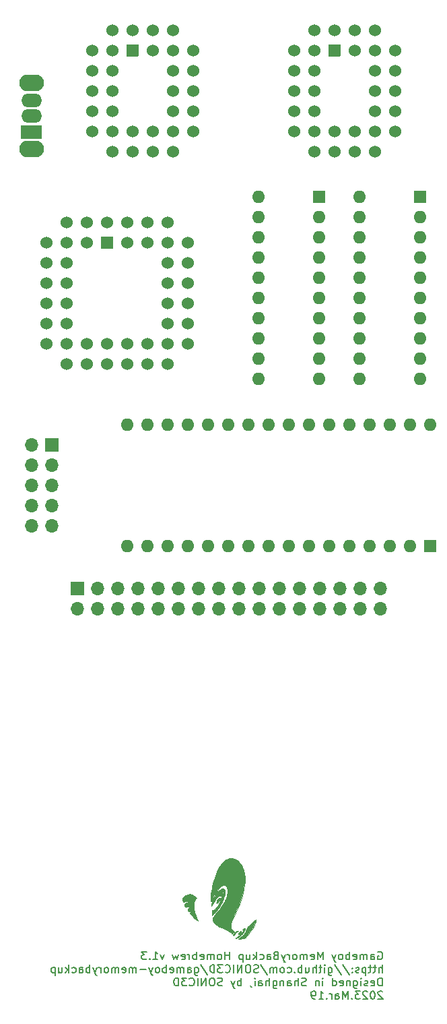
<source format=gbs>
%TF.GenerationSoftware,KiCad,Pcbnew,(5.1.10-1-10_14)*%
%TF.CreationDate,2023-03-20T21:43:14+08:00*%
%TF.ProjectId,GB_MemoryBackup_Mainboard,47425f4d-656d-46f7-9279-4261636b7570,1.3*%
%TF.SameCoordinates,Original*%
%TF.FileFunction,Soldermask,Bot*%
%TF.FilePolarity,Negative*%
%FSLAX46Y46*%
G04 Gerber Fmt 4.6, Leading zero omitted, Abs format (unit mm)*
G04 Created by KiCad (PCBNEW (5.1.10-1-10_14)) date 2023-03-20 21:43:14*
%MOMM*%
%LPD*%
G01*
G04 APERTURE LIST*
%ADD10C,0.150000*%
%ADD11C,0.010000*%
%ADD12O,1.700000X1.700000*%
%ADD13R,1.700000X1.700000*%
%ADD14O,1.600000X1.600000*%
%ADD15R,1.600000X1.600000*%
%ADD16C,1.524400*%
%ADD17O,3.102000X2.102000*%
%ADD18O,2.602000X1.702000*%
G04 APERTURE END LIST*
D10*
X108360595Y-129740000D02*
X108455833Y-129692380D01*
X108598690Y-129692380D01*
X108741547Y-129740000D01*
X108836785Y-129835238D01*
X108884404Y-129930476D01*
X108932023Y-130120952D01*
X108932023Y-130263809D01*
X108884404Y-130454285D01*
X108836785Y-130549523D01*
X108741547Y-130644761D01*
X108598690Y-130692380D01*
X108503452Y-130692380D01*
X108360595Y-130644761D01*
X108312976Y-130597142D01*
X108312976Y-130263809D01*
X108503452Y-130263809D01*
X107455833Y-130692380D02*
X107455833Y-130168571D01*
X107503452Y-130073333D01*
X107598690Y-130025714D01*
X107789166Y-130025714D01*
X107884404Y-130073333D01*
X107455833Y-130644761D02*
X107551071Y-130692380D01*
X107789166Y-130692380D01*
X107884404Y-130644761D01*
X107932023Y-130549523D01*
X107932023Y-130454285D01*
X107884404Y-130359047D01*
X107789166Y-130311428D01*
X107551071Y-130311428D01*
X107455833Y-130263809D01*
X106979642Y-130692380D02*
X106979642Y-130025714D01*
X106979642Y-130120952D02*
X106932023Y-130073333D01*
X106836785Y-130025714D01*
X106693928Y-130025714D01*
X106598690Y-130073333D01*
X106551071Y-130168571D01*
X106551071Y-130692380D01*
X106551071Y-130168571D02*
X106503452Y-130073333D01*
X106408214Y-130025714D01*
X106265357Y-130025714D01*
X106170119Y-130073333D01*
X106122500Y-130168571D01*
X106122500Y-130692380D01*
X105265357Y-130644761D02*
X105360595Y-130692380D01*
X105551071Y-130692380D01*
X105646309Y-130644761D01*
X105693928Y-130549523D01*
X105693928Y-130168571D01*
X105646309Y-130073333D01*
X105551071Y-130025714D01*
X105360595Y-130025714D01*
X105265357Y-130073333D01*
X105217738Y-130168571D01*
X105217738Y-130263809D01*
X105693928Y-130359047D01*
X104789166Y-130692380D02*
X104789166Y-129692380D01*
X104789166Y-130073333D02*
X104693928Y-130025714D01*
X104503452Y-130025714D01*
X104408214Y-130073333D01*
X104360595Y-130120952D01*
X104312976Y-130216190D01*
X104312976Y-130501904D01*
X104360595Y-130597142D01*
X104408214Y-130644761D01*
X104503452Y-130692380D01*
X104693928Y-130692380D01*
X104789166Y-130644761D01*
X103741547Y-130692380D02*
X103836785Y-130644761D01*
X103884404Y-130597142D01*
X103932023Y-130501904D01*
X103932023Y-130216190D01*
X103884404Y-130120952D01*
X103836785Y-130073333D01*
X103741547Y-130025714D01*
X103598690Y-130025714D01*
X103503452Y-130073333D01*
X103455833Y-130120952D01*
X103408214Y-130216190D01*
X103408214Y-130501904D01*
X103455833Y-130597142D01*
X103503452Y-130644761D01*
X103598690Y-130692380D01*
X103741547Y-130692380D01*
X103074880Y-130025714D02*
X102836785Y-130692380D01*
X102598690Y-130025714D02*
X102836785Y-130692380D01*
X102932023Y-130930476D01*
X102979642Y-130978095D01*
X103074880Y-131025714D01*
X101455833Y-130692380D02*
X101455833Y-129692380D01*
X101122500Y-130406666D01*
X100789166Y-129692380D01*
X100789166Y-130692380D01*
X99932023Y-130644761D02*
X100027261Y-130692380D01*
X100217738Y-130692380D01*
X100312976Y-130644761D01*
X100360595Y-130549523D01*
X100360595Y-130168571D01*
X100312976Y-130073333D01*
X100217738Y-130025714D01*
X100027261Y-130025714D01*
X99932023Y-130073333D01*
X99884404Y-130168571D01*
X99884404Y-130263809D01*
X100360595Y-130359047D01*
X99455833Y-130692380D02*
X99455833Y-130025714D01*
X99455833Y-130120952D02*
X99408214Y-130073333D01*
X99312976Y-130025714D01*
X99170119Y-130025714D01*
X99074880Y-130073333D01*
X99027261Y-130168571D01*
X99027261Y-130692380D01*
X99027261Y-130168571D02*
X98979642Y-130073333D01*
X98884404Y-130025714D01*
X98741547Y-130025714D01*
X98646309Y-130073333D01*
X98598690Y-130168571D01*
X98598690Y-130692380D01*
X97979642Y-130692380D02*
X98074880Y-130644761D01*
X98122500Y-130597142D01*
X98170119Y-130501904D01*
X98170119Y-130216190D01*
X98122500Y-130120952D01*
X98074880Y-130073333D01*
X97979642Y-130025714D01*
X97836785Y-130025714D01*
X97741547Y-130073333D01*
X97693928Y-130120952D01*
X97646309Y-130216190D01*
X97646309Y-130501904D01*
X97693928Y-130597142D01*
X97741547Y-130644761D01*
X97836785Y-130692380D01*
X97979642Y-130692380D01*
X97217738Y-130692380D02*
X97217738Y-130025714D01*
X97217738Y-130216190D02*
X97170119Y-130120952D01*
X97122500Y-130073333D01*
X97027261Y-130025714D01*
X96932023Y-130025714D01*
X96693928Y-130025714D02*
X96455833Y-130692380D01*
X96217738Y-130025714D02*
X96455833Y-130692380D01*
X96551071Y-130930476D01*
X96598690Y-130978095D01*
X96693928Y-131025714D01*
X95503452Y-130168571D02*
X95360595Y-130216190D01*
X95312976Y-130263809D01*
X95265357Y-130359047D01*
X95265357Y-130501904D01*
X95312976Y-130597142D01*
X95360595Y-130644761D01*
X95455833Y-130692380D01*
X95836785Y-130692380D01*
X95836785Y-129692380D01*
X95503452Y-129692380D01*
X95408214Y-129740000D01*
X95360595Y-129787619D01*
X95312976Y-129882857D01*
X95312976Y-129978095D01*
X95360595Y-130073333D01*
X95408214Y-130120952D01*
X95503452Y-130168571D01*
X95836785Y-130168571D01*
X94408214Y-130692380D02*
X94408214Y-130168571D01*
X94455833Y-130073333D01*
X94551071Y-130025714D01*
X94741547Y-130025714D01*
X94836785Y-130073333D01*
X94408214Y-130644761D02*
X94503452Y-130692380D01*
X94741547Y-130692380D01*
X94836785Y-130644761D01*
X94884404Y-130549523D01*
X94884404Y-130454285D01*
X94836785Y-130359047D01*
X94741547Y-130311428D01*
X94503452Y-130311428D01*
X94408214Y-130263809D01*
X93503452Y-130644761D02*
X93598690Y-130692380D01*
X93789166Y-130692380D01*
X93884404Y-130644761D01*
X93932023Y-130597142D01*
X93979642Y-130501904D01*
X93979642Y-130216190D01*
X93932023Y-130120952D01*
X93884404Y-130073333D01*
X93789166Y-130025714D01*
X93598690Y-130025714D01*
X93503452Y-130073333D01*
X93074880Y-130692380D02*
X93074880Y-129692380D01*
X92979642Y-130311428D02*
X92693928Y-130692380D01*
X92693928Y-130025714D02*
X93074880Y-130406666D01*
X91836785Y-130025714D02*
X91836785Y-130692380D01*
X92265357Y-130025714D02*
X92265357Y-130549523D01*
X92217738Y-130644761D01*
X92122500Y-130692380D01*
X91979642Y-130692380D01*
X91884404Y-130644761D01*
X91836785Y-130597142D01*
X91360595Y-130025714D02*
X91360595Y-131025714D01*
X91360595Y-130073333D02*
X91265357Y-130025714D01*
X91074880Y-130025714D01*
X90979642Y-130073333D01*
X90932023Y-130120952D01*
X90884404Y-130216190D01*
X90884404Y-130501904D01*
X90932023Y-130597142D01*
X90979642Y-130644761D01*
X91074880Y-130692380D01*
X91265357Y-130692380D01*
X91360595Y-130644761D01*
X89693928Y-130692380D02*
X89693928Y-129692380D01*
X89693928Y-130168571D02*
X89122500Y-130168571D01*
X89122500Y-130692380D02*
X89122500Y-129692380D01*
X88503452Y-130692380D02*
X88598690Y-130644761D01*
X88646309Y-130597142D01*
X88693928Y-130501904D01*
X88693928Y-130216190D01*
X88646309Y-130120952D01*
X88598690Y-130073333D01*
X88503452Y-130025714D01*
X88360595Y-130025714D01*
X88265357Y-130073333D01*
X88217738Y-130120952D01*
X88170119Y-130216190D01*
X88170119Y-130501904D01*
X88217738Y-130597142D01*
X88265357Y-130644761D01*
X88360595Y-130692380D01*
X88503452Y-130692380D01*
X87741547Y-130692380D02*
X87741547Y-130025714D01*
X87741547Y-130120952D02*
X87693928Y-130073333D01*
X87598690Y-130025714D01*
X87455833Y-130025714D01*
X87360595Y-130073333D01*
X87312976Y-130168571D01*
X87312976Y-130692380D01*
X87312976Y-130168571D02*
X87265357Y-130073333D01*
X87170119Y-130025714D01*
X87027261Y-130025714D01*
X86932023Y-130073333D01*
X86884404Y-130168571D01*
X86884404Y-130692380D01*
X86027261Y-130644761D02*
X86122500Y-130692380D01*
X86312976Y-130692380D01*
X86408214Y-130644761D01*
X86455833Y-130549523D01*
X86455833Y-130168571D01*
X86408214Y-130073333D01*
X86312976Y-130025714D01*
X86122500Y-130025714D01*
X86027261Y-130073333D01*
X85979642Y-130168571D01*
X85979642Y-130263809D01*
X86455833Y-130359047D01*
X85551071Y-130692380D02*
X85551071Y-129692380D01*
X85551071Y-130073333D02*
X85455833Y-130025714D01*
X85265357Y-130025714D01*
X85170119Y-130073333D01*
X85122500Y-130120952D01*
X85074880Y-130216190D01*
X85074880Y-130501904D01*
X85122500Y-130597142D01*
X85170119Y-130644761D01*
X85265357Y-130692380D01*
X85455833Y-130692380D01*
X85551071Y-130644761D01*
X84646309Y-130692380D02*
X84646309Y-130025714D01*
X84646309Y-130216190D02*
X84598690Y-130120952D01*
X84551071Y-130073333D01*
X84455833Y-130025714D01*
X84360595Y-130025714D01*
X83646309Y-130644761D02*
X83741547Y-130692380D01*
X83932023Y-130692380D01*
X84027261Y-130644761D01*
X84074880Y-130549523D01*
X84074880Y-130168571D01*
X84027261Y-130073333D01*
X83932023Y-130025714D01*
X83741547Y-130025714D01*
X83646309Y-130073333D01*
X83598690Y-130168571D01*
X83598690Y-130263809D01*
X84074880Y-130359047D01*
X83265357Y-130025714D02*
X83074880Y-130692380D01*
X82884404Y-130216190D01*
X82693928Y-130692380D01*
X82503452Y-130025714D01*
X81455833Y-130025714D02*
X81217738Y-130692380D01*
X80979642Y-130025714D01*
X80074880Y-130692380D02*
X80646309Y-130692380D01*
X80360595Y-130692380D02*
X80360595Y-129692380D01*
X80455833Y-129835238D01*
X80551071Y-129930476D01*
X80646309Y-129978095D01*
X79646309Y-130597142D02*
X79598690Y-130644761D01*
X79646309Y-130692380D01*
X79693928Y-130644761D01*
X79646309Y-130597142D01*
X79646309Y-130692380D01*
X79265357Y-129692380D02*
X78646309Y-129692380D01*
X78979642Y-130073333D01*
X78836785Y-130073333D01*
X78741547Y-130120952D01*
X78693928Y-130168571D01*
X78646309Y-130263809D01*
X78646309Y-130501904D01*
X78693928Y-130597142D01*
X78741547Y-130644761D01*
X78836785Y-130692380D01*
X79122500Y-130692380D01*
X79217738Y-130644761D01*
X79265357Y-130597142D01*
X108884404Y-132342380D02*
X108884404Y-131342380D01*
X108455833Y-132342380D02*
X108455833Y-131818571D01*
X108503452Y-131723333D01*
X108598690Y-131675714D01*
X108741547Y-131675714D01*
X108836785Y-131723333D01*
X108884404Y-131770952D01*
X108122500Y-131675714D02*
X107741547Y-131675714D01*
X107979642Y-131342380D02*
X107979642Y-132199523D01*
X107932023Y-132294761D01*
X107836785Y-132342380D01*
X107741547Y-132342380D01*
X107551071Y-131675714D02*
X107170119Y-131675714D01*
X107408214Y-131342380D02*
X107408214Y-132199523D01*
X107360595Y-132294761D01*
X107265357Y-132342380D01*
X107170119Y-132342380D01*
X106836785Y-131675714D02*
X106836785Y-132675714D01*
X106836785Y-131723333D02*
X106741547Y-131675714D01*
X106551071Y-131675714D01*
X106455833Y-131723333D01*
X106408214Y-131770952D01*
X106360595Y-131866190D01*
X106360595Y-132151904D01*
X106408214Y-132247142D01*
X106455833Y-132294761D01*
X106551071Y-132342380D01*
X106741547Y-132342380D01*
X106836785Y-132294761D01*
X105979642Y-132294761D02*
X105884404Y-132342380D01*
X105693928Y-132342380D01*
X105598690Y-132294761D01*
X105551071Y-132199523D01*
X105551071Y-132151904D01*
X105598690Y-132056666D01*
X105693928Y-132009047D01*
X105836785Y-132009047D01*
X105932023Y-131961428D01*
X105979642Y-131866190D01*
X105979642Y-131818571D01*
X105932023Y-131723333D01*
X105836785Y-131675714D01*
X105693928Y-131675714D01*
X105598690Y-131723333D01*
X105122500Y-132247142D02*
X105074880Y-132294761D01*
X105122500Y-132342380D01*
X105170119Y-132294761D01*
X105122500Y-132247142D01*
X105122500Y-132342380D01*
X105122500Y-131723333D02*
X105074880Y-131770952D01*
X105122500Y-131818571D01*
X105170119Y-131770952D01*
X105122500Y-131723333D01*
X105122500Y-131818571D01*
X103932023Y-131294761D02*
X104789166Y-132580476D01*
X102884404Y-131294761D02*
X103741547Y-132580476D01*
X102122500Y-131675714D02*
X102122500Y-132485238D01*
X102170119Y-132580476D01*
X102217738Y-132628095D01*
X102312976Y-132675714D01*
X102455833Y-132675714D01*
X102551071Y-132628095D01*
X102122500Y-132294761D02*
X102217738Y-132342380D01*
X102408214Y-132342380D01*
X102503452Y-132294761D01*
X102551071Y-132247142D01*
X102598690Y-132151904D01*
X102598690Y-131866190D01*
X102551071Y-131770952D01*
X102503452Y-131723333D01*
X102408214Y-131675714D01*
X102217738Y-131675714D01*
X102122500Y-131723333D01*
X101646309Y-132342380D02*
X101646309Y-131675714D01*
X101646309Y-131342380D02*
X101693928Y-131390000D01*
X101646309Y-131437619D01*
X101598690Y-131390000D01*
X101646309Y-131342380D01*
X101646309Y-131437619D01*
X101312976Y-131675714D02*
X100932023Y-131675714D01*
X101170119Y-131342380D02*
X101170119Y-132199523D01*
X101122500Y-132294761D01*
X101027261Y-132342380D01*
X100932023Y-132342380D01*
X100598690Y-132342380D02*
X100598690Y-131342380D01*
X100170119Y-132342380D02*
X100170119Y-131818571D01*
X100217738Y-131723333D01*
X100312976Y-131675714D01*
X100455833Y-131675714D01*
X100551071Y-131723333D01*
X100598690Y-131770952D01*
X99265357Y-131675714D02*
X99265357Y-132342380D01*
X99693928Y-131675714D02*
X99693928Y-132199523D01*
X99646309Y-132294761D01*
X99551071Y-132342380D01*
X99408214Y-132342380D01*
X99312976Y-132294761D01*
X99265357Y-132247142D01*
X98789166Y-132342380D02*
X98789166Y-131342380D01*
X98789166Y-131723333D02*
X98693928Y-131675714D01*
X98503452Y-131675714D01*
X98408214Y-131723333D01*
X98360595Y-131770952D01*
X98312976Y-131866190D01*
X98312976Y-132151904D01*
X98360595Y-132247142D01*
X98408214Y-132294761D01*
X98503452Y-132342380D01*
X98693928Y-132342380D01*
X98789166Y-132294761D01*
X97884404Y-132247142D02*
X97836785Y-132294761D01*
X97884404Y-132342380D01*
X97932023Y-132294761D01*
X97884404Y-132247142D01*
X97884404Y-132342380D01*
X96979642Y-132294761D02*
X97074880Y-132342380D01*
X97265357Y-132342380D01*
X97360595Y-132294761D01*
X97408214Y-132247142D01*
X97455833Y-132151904D01*
X97455833Y-131866190D01*
X97408214Y-131770952D01*
X97360595Y-131723333D01*
X97265357Y-131675714D01*
X97074880Y-131675714D01*
X96979642Y-131723333D01*
X96408214Y-132342380D02*
X96503452Y-132294761D01*
X96551071Y-132247142D01*
X96598690Y-132151904D01*
X96598690Y-131866190D01*
X96551071Y-131770952D01*
X96503452Y-131723333D01*
X96408214Y-131675714D01*
X96265357Y-131675714D01*
X96170119Y-131723333D01*
X96122500Y-131770952D01*
X96074880Y-131866190D01*
X96074880Y-132151904D01*
X96122500Y-132247142D01*
X96170119Y-132294761D01*
X96265357Y-132342380D01*
X96408214Y-132342380D01*
X95646309Y-132342380D02*
X95646309Y-131675714D01*
X95646309Y-131770952D02*
X95598690Y-131723333D01*
X95503452Y-131675714D01*
X95360595Y-131675714D01*
X95265357Y-131723333D01*
X95217738Y-131818571D01*
X95217738Y-132342380D01*
X95217738Y-131818571D02*
X95170119Y-131723333D01*
X95074880Y-131675714D01*
X94932023Y-131675714D01*
X94836785Y-131723333D01*
X94789166Y-131818571D01*
X94789166Y-132342380D01*
X93598690Y-131294761D02*
X94455833Y-132580476D01*
X93312976Y-132294761D02*
X93170119Y-132342380D01*
X92932023Y-132342380D01*
X92836785Y-132294761D01*
X92789166Y-132247142D01*
X92741547Y-132151904D01*
X92741547Y-132056666D01*
X92789166Y-131961428D01*
X92836785Y-131913809D01*
X92932023Y-131866190D01*
X93122500Y-131818571D01*
X93217738Y-131770952D01*
X93265357Y-131723333D01*
X93312976Y-131628095D01*
X93312976Y-131532857D01*
X93265357Y-131437619D01*
X93217738Y-131390000D01*
X93122500Y-131342380D01*
X92884404Y-131342380D01*
X92741547Y-131390000D01*
X92122500Y-131342380D02*
X91932023Y-131342380D01*
X91836785Y-131390000D01*
X91741547Y-131485238D01*
X91693928Y-131675714D01*
X91693928Y-132009047D01*
X91741547Y-132199523D01*
X91836785Y-132294761D01*
X91932023Y-132342380D01*
X92122500Y-132342380D01*
X92217738Y-132294761D01*
X92312976Y-132199523D01*
X92360595Y-132009047D01*
X92360595Y-131675714D01*
X92312976Y-131485238D01*
X92217738Y-131390000D01*
X92122500Y-131342380D01*
X91265357Y-132342380D02*
X91265357Y-131342380D01*
X90693928Y-132342380D01*
X90693928Y-131342380D01*
X90217738Y-132342380D02*
X90217738Y-131342380D01*
X89170119Y-132247142D02*
X89217738Y-132294761D01*
X89360595Y-132342380D01*
X89455833Y-132342380D01*
X89598690Y-132294761D01*
X89693928Y-132199523D01*
X89741547Y-132104285D01*
X89789166Y-131913809D01*
X89789166Y-131770952D01*
X89741547Y-131580476D01*
X89693928Y-131485238D01*
X89598690Y-131390000D01*
X89455833Y-131342380D01*
X89360595Y-131342380D01*
X89217738Y-131390000D01*
X89170119Y-131437619D01*
X88836785Y-131342380D02*
X88217738Y-131342380D01*
X88551071Y-131723333D01*
X88408214Y-131723333D01*
X88312976Y-131770952D01*
X88265357Y-131818571D01*
X88217738Y-131913809D01*
X88217738Y-132151904D01*
X88265357Y-132247142D01*
X88312976Y-132294761D01*
X88408214Y-132342380D01*
X88693928Y-132342380D01*
X88789166Y-132294761D01*
X88836785Y-132247142D01*
X87789166Y-132342380D02*
X87789166Y-131342380D01*
X87551071Y-131342380D01*
X87408214Y-131390000D01*
X87312976Y-131485238D01*
X87265357Y-131580476D01*
X87217738Y-131770952D01*
X87217738Y-131913809D01*
X87265357Y-132104285D01*
X87312976Y-132199523D01*
X87408214Y-132294761D01*
X87551071Y-132342380D01*
X87789166Y-132342380D01*
X86074880Y-131294761D02*
X86932023Y-132580476D01*
X85312976Y-131675714D02*
X85312976Y-132485238D01*
X85360595Y-132580476D01*
X85408214Y-132628095D01*
X85503452Y-132675714D01*
X85646309Y-132675714D01*
X85741547Y-132628095D01*
X85312976Y-132294761D02*
X85408214Y-132342380D01*
X85598690Y-132342380D01*
X85693928Y-132294761D01*
X85741547Y-132247142D01*
X85789166Y-132151904D01*
X85789166Y-131866190D01*
X85741547Y-131770952D01*
X85693928Y-131723333D01*
X85598690Y-131675714D01*
X85408214Y-131675714D01*
X85312976Y-131723333D01*
X84408214Y-132342380D02*
X84408214Y-131818571D01*
X84455833Y-131723333D01*
X84551071Y-131675714D01*
X84741547Y-131675714D01*
X84836785Y-131723333D01*
X84408214Y-132294761D02*
X84503452Y-132342380D01*
X84741547Y-132342380D01*
X84836785Y-132294761D01*
X84884404Y-132199523D01*
X84884404Y-132104285D01*
X84836785Y-132009047D01*
X84741547Y-131961428D01*
X84503452Y-131961428D01*
X84408214Y-131913809D01*
X83932023Y-132342380D02*
X83932023Y-131675714D01*
X83932023Y-131770952D02*
X83884404Y-131723333D01*
X83789166Y-131675714D01*
X83646309Y-131675714D01*
X83551071Y-131723333D01*
X83503452Y-131818571D01*
X83503452Y-132342380D01*
X83503452Y-131818571D02*
X83455833Y-131723333D01*
X83360595Y-131675714D01*
X83217738Y-131675714D01*
X83122500Y-131723333D01*
X83074880Y-131818571D01*
X83074880Y-132342380D01*
X82217738Y-132294761D02*
X82312976Y-132342380D01*
X82503452Y-132342380D01*
X82598690Y-132294761D01*
X82646309Y-132199523D01*
X82646309Y-131818571D01*
X82598690Y-131723333D01*
X82503452Y-131675714D01*
X82312976Y-131675714D01*
X82217738Y-131723333D01*
X82170119Y-131818571D01*
X82170119Y-131913809D01*
X82646309Y-132009047D01*
X81741547Y-132342380D02*
X81741547Y-131342380D01*
X81741547Y-131723333D02*
X81646309Y-131675714D01*
X81455833Y-131675714D01*
X81360595Y-131723333D01*
X81312976Y-131770952D01*
X81265357Y-131866190D01*
X81265357Y-132151904D01*
X81312976Y-132247142D01*
X81360595Y-132294761D01*
X81455833Y-132342380D01*
X81646309Y-132342380D01*
X81741547Y-132294761D01*
X80693928Y-132342380D02*
X80789166Y-132294761D01*
X80836785Y-132247142D01*
X80884404Y-132151904D01*
X80884404Y-131866190D01*
X80836785Y-131770952D01*
X80789166Y-131723333D01*
X80693928Y-131675714D01*
X80551071Y-131675714D01*
X80455833Y-131723333D01*
X80408214Y-131770952D01*
X80360595Y-131866190D01*
X80360595Y-132151904D01*
X80408214Y-132247142D01*
X80455833Y-132294761D01*
X80551071Y-132342380D01*
X80693928Y-132342380D01*
X80027261Y-131675714D02*
X79789166Y-132342380D01*
X79551071Y-131675714D02*
X79789166Y-132342380D01*
X79884404Y-132580476D01*
X79932023Y-132628095D01*
X80027261Y-132675714D01*
X79170119Y-131961428D02*
X78408214Y-131961428D01*
X77932023Y-132342380D02*
X77932023Y-131675714D01*
X77932023Y-131770952D02*
X77884404Y-131723333D01*
X77789166Y-131675714D01*
X77646309Y-131675714D01*
X77551071Y-131723333D01*
X77503452Y-131818571D01*
X77503452Y-132342380D01*
X77503452Y-131818571D02*
X77455833Y-131723333D01*
X77360595Y-131675714D01*
X77217738Y-131675714D01*
X77122500Y-131723333D01*
X77074880Y-131818571D01*
X77074880Y-132342380D01*
X76217738Y-132294761D02*
X76312976Y-132342380D01*
X76503452Y-132342380D01*
X76598690Y-132294761D01*
X76646309Y-132199523D01*
X76646309Y-131818571D01*
X76598690Y-131723333D01*
X76503452Y-131675714D01*
X76312976Y-131675714D01*
X76217738Y-131723333D01*
X76170119Y-131818571D01*
X76170119Y-131913809D01*
X76646309Y-132009047D01*
X75741547Y-132342380D02*
X75741547Y-131675714D01*
X75741547Y-131770952D02*
X75693928Y-131723333D01*
X75598690Y-131675714D01*
X75455833Y-131675714D01*
X75360595Y-131723333D01*
X75312976Y-131818571D01*
X75312976Y-132342380D01*
X75312976Y-131818571D02*
X75265357Y-131723333D01*
X75170119Y-131675714D01*
X75027261Y-131675714D01*
X74932023Y-131723333D01*
X74884404Y-131818571D01*
X74884404Y-132342380D01*
X74265357Y-132342380D02*
X74360595Y-132294761D01*
X74408214Y-132247142D01*
X74455833Y-132151904D01*
X74455833Y-131866190D01*
X74408214Y-131770952D01*
X74360595Y-131723333D01*
X74265357Y-131675714D01*
X74122500Y-131675714D01*
X74027261Y-131723333D01*
X73979642Y-131770952D01*
X73932023Y-131866190D01*
X73932023Y-132151904D01*
X73979642Y-132247142D01*
X74027261Y-132294761D01*
X74122500Y-132342380D01*
X74265357Y-132342380D01*
X73503452Y-132342380D02*
X73503452Y-131675714D01*
X73503452Y-131866190D02*
X73455833Y-131770952D01*
X73408214Y-131723333D01*
X73312976Y-131675714D01*
X73217738Y-131675714D01*
X72979642Y-131675714D02*
X72741547Y-132342380D01*
X72503452Y-131675714D02*
X72741547Y-132342380D01*
X72836785Y-132580476D01*
X72884404Y-132628095D01*
X72979642Y-132675714D01*
X72122500Y-132342380D02*
X72122500Y-131342380D01*
X72122500Y-131723333D02*
X72027261Y-131675714D01*
X71836785Y-131675714D01*
X71741547Y-131723333D01*
X71693928Y-131770952D01*
X71646309Y-131866190D01*
X71646309Y-132151904D01*
X71693928Y-132247142D01*
X71741547Y-132294761D01*
X71836785Y-132342380D01*
X72027261Y-132342380D01*
X72122500Y-132294761D01*
X70789166Y-132342380D02*
X70789166Y-131818571D01*
X70836785Y-131723333D01*
X70932023Y-131675714D01*
X71122500Y-131675714D01*
X71217738Y-131723333D01*
X70789166Y-132294761D02*
X70884404Y-132342380D01*
X71122500Y-132342380D01*
X71217738Y-132294761D01*
X71265357Y-132199523D01*
X71265357Y-132104285D01*
X71217738Y-132009047D01*
X71122500Y-131961428D01*
X70884404Y-131961428D01*
X70789166Y-131913809D01*
X69884404Y-132294761D02*
X69979642Y-132342380D01*
X70170119Y-132342380D01*
X70265357Y-132294761D01*
X70312976Y-132247142D01*
X70360595Y-132151904D01*
X70360595Y-131866190D01*
X70312976Y-131770952D01*
X70265357Y-131723333D01*
X70170119Y-131675714D01*
X69979642Y-131675714D01*
X69884404Y-131723333D01*
X69455833Y-132342380D02*
X69455833Y-131342380D01*
X69360595Y-131961428D02*
X69074880Y-132342380D01*
X69074880Y-131675714D02*
X69455833Y-132056666D01*
X68217738Y-131675714D02*
X68217738Y-132342380D01*
X68646309Y-131675714D02*
X68646309Y-132199523D01*
X68598690Y-132294761D01*
X68503452Y-132342380D01*
X68360595Y-132342380D01*
X68265357Y-132294761D01*
X68217738Y-132247142D01*
X67741547Y-131675714D02*
X67741547Y-132675714D01*
X67741547Y-131723333D02*
X67646309Y-131675714D01*
X67455833Y-131675714D01*
X67360595Y-131723333D01*
X67312976Y-131770952D01*
X67265357Y-131866190D01*
X67265357Y-132151904D01*
X67312976Y-132247142D01*
X67360595Y-132294761D01*
X67455833Y-132342380D01*
X67646309Y-132342380D01*
X67741547Y-132294761D01*
X108884404Y-133992380D02*
X108884404Y-132992380D01*
X108646309Y-132992380D01*
X108503452Y-133040000D01*
X108408214Y-133135238D01*
X108360595Y-133230476D01*
X108312976Y-133420952D01*
X108312976Y-133563809D01*
X108360595Y-133754285D01*
X108408214Y-133849523D01*
X108503452Y-133944761D01*
X108646309Y-133992380D01*
X108884404Y-133992380D01*
X107503452Y-133944761D02*
X107598690Y-133992380D01*
X107789166Y-133992380D01*
X107884404Y-133944761D01*
X107932023Y-133849523D01*
X107932023Y-133468571D01*
X107884404Y-133373333D01*
X107789166Y-133325714D01*
X107598690Y-133325714D01*
X107503452Y-133373333D01*
X107455833Y-133468571D01*
X107455833Y-133563809D01*
X107932023Y-133659047D01*
X107074880Y-133944761D02*
X106979642Y-133992380D01*
X106789166Y-133992380D01*
X106693928Y-133944761D01*
X106646309Y-133849523D01*
X106646309Y-133801904D01*
X106693928Y-133706666D01*
X106789166Y-133659047D01*
X106932023Y-133659047D01*
X107027261Y-133611428D01*
X107074880Y-133516190D01*
X107074880Y-133468571D01*
X107027261Y-133373333D01*
X106932023Y-133325714D01*
X106789166Y-133325714D01*
X106693928Y-133373333D01*
X106217738Y-133992380D02*
X106217738Y-133325714D01*
X106217738Y-132992380D02*
X106265357Y-133040000D01*
X106217738Y-133087619D01*
X106170119Y-133040000D01*
X106217738Y-132992380D01*
X106217738Y-133087619D01*
X105312976Y-133325714D02*
X105312976Y-134135238D01*
X105360595Y-134230476D01*
X105408214Y-134278095D01*
X105503452Y-134325714D01*
X105646309Y-134325714D01*
X105741547Y-134278095D01*
X105312976Y-133944761D02*
X105408214Y-133992380D01*
X105598690Y-133992380D01*
X105693928Y-133944761D01*
X105741547Y-133897142D01*
X105789166Y-133801904D01*
X105789166Y-133516190D01*
X105741547Y-133420952D01*
X105693928Y-133373333D01*
X105598690Y-133325714D01*
X105408214Y-133325714D01*
X105312976Y-133373333D01*
X104836785Y-133325714D02*
X104836785Y-133992380D01*
X104836785Y-133420952D02*
X104789166Y-133373333D01*
X104693928Y-133325714D01*
X104551071Y-133325714D01*
X104455833Y-133373333D01*
X104408214Y-133468571D01*
X104408214Y-133992380D01*
X103551071Y-133944761D02*
X103646309Y-133992380D01*
X103836785Y-133992380D01*
X103932023Y-133944761D01*
X103979642Y-133849523D01*
X103979642Y-133468571D01*
X103932023Y-133373333D01*
X103836785Y-133325714D01*
X103646309Y-133325714D01*
X103551071Y-133373333D01*
X103503452Y-133468571D01*
X103503452Y-133563809D01*
X103979642Y-133659047D01*
X102646309Y-133992380D02*
X102646309Y-132992380D01*
X102646309Y-133944761D02*
X102741547Y-133992380D01*
X102932023Y-133992380D01*
X103027261Y-133944761D01*
X103074880Y-133897142D01*
X103122500Y-133801904D01*
X103122500Y-133516190D01*
X103074880Y-133420952D01*
X103027261Y-133373333D01*
X102932023Y-133325714D01*
X102741547Y-133325714D01*
X102646309Y-133373333D01*
X101408214Y-133992380D02*
X101408214Y-133325714D01*
X101408214Y-132992380D02*
X101455833Y-133040000D01*
X101408214Y-133087619D01*
X101360595Y-133040000D01*
X101408214Y-132992380D01*
X101408214Y-133087619D01*
X100932023Y-133325714D02*
X100932023Y-133992380D01*
X100932023Y-133420952D02*
X100884404Y-133373333D01*
X100789166Y-133325714D01*
X100646309Y-133325714D01*
X100551071Y-133373333D01*
X100503452Y-133468571D01*
X100503452Y-133992380D01*
X99312976Y-133944761D02*
X99170119Y-133992380D01*
X98932023Y-133992380D01*
X98836785Y-133944761D01*
X98789166Y-133897142D01*
X98741547Y-133801904D01*
X98741547Y-133706666D01*
X98789166Y-133611428D01*
X98836785Y-133563809D01*
X98932023Y-133516190D01*
X99122500Y-133468571D01*
X99217738Y-133420952D01*
X99265357Y-133373333D01*
X99312976Y-133278095D01*
X99312976Y-133182857D01*
X99265357Y-133087619D01*
X99217738Y-133040000D01*
X99122500Y-132992380D01*
X98884404Y-132992380D01*
X98741547Y-133040000D01*
X98312976Y-133992380D02*
X98312976Y-132992380D01*
X97884404Y-133992380D02*
X97884404Y-133468571D01*
X97932023Y-133373333D01*
X98027261Y-133325714D01*
X98170119Y-133325714D01*
X98265357Y-133373333D01*
X98312976Y-133420952D01*
X96979642Y-133992380D02*
X96979642Y-133468571D01*
X97027261Y-133373333D01*
X97122500Y-133325714D01*
X97312976Y-133325714D01*
X97408214Y-133373333D01*
X96979642Y-133944761D02*
X97074880Y-133992380D01*
X97312976Y-133992380D01*
X97408214Y-133944761D01*
X97455833Y-133849523D01*
X97455833Y-133754285D01*
X97408214Y-133659047D01*
X97312976Y-133611428D01*
X97074880Y-133611428D01*
X96979642Y-133563809D01*
X96503452Y-133325714D02*
X96503452Y-133992380D01*
X96503452Y-133420952D02*
X96455833Y-133373333D01*
X96360595Y-133325714D01*
X96217738Y-133325714D01*
X96122500Y-133373333D01*
X96074880Y-133468571D01*
X96074880Y-133992380D01*
X95170119Y-133325714D02*
X95170119Y-134135238D01*
X95217738Y-134230476D01*
X95265357Y-134278095D01*
X95360595Y-134325714D01*
X95503452Y-134325714D01*
X95598690Y-134278095D01*
X95170119Y-133944761D02*
X95265357Y-133992380D01*
X95455833Y-133992380D01*
X95551071Y-133944761D01*
X95598690Y-133897142D01*
X95646309Y-133801904D01*
X95646309Y-133516190D01*
X95598690Y-133420952D01*
X95551071Y-133373333D01*
X95455833Y-133325714D01*
X95265357Y-133325714D01*
X95170119Y-133373333D01*
X94693928Y-133992380D02*
X94693928Y-132992380D01*
X94265357Y-133992380D02*
X94265357Y-133468571D01*
X94312976Y-133373333D01*
X94408214Y-133325714D01*
X94551071Y-133325714D01*
X94646309Y-133373333D01*
X94693928Y-133420952D01*
X93360595Y-133992380D02*
X93360595Y-133468571D01*
X93408214Y-133373333D01*
X93503452Y-133325714D01*
X93693928Y-133325714D01*
X93789166Y-133373333D01*
X93360595Y-133944761D02*
X93455833Y-133992380D01*
X93693928Y-133992380D01*
X93789166Y-133944761D01*
X93836785Y-133849523D01*
X93836785Y-133754285D01*
X93789166Y-133659047D01*
X93693928Y-133611428D01*
X93455833Y-133611428D01*
X93360595Y-133563809D01*
X92884404Y-133992380D02*
X92884404Y-133325714D01*
X92884404Y-132992380D02*
X92932023Y-133040000D01*
X92884404Y-133087619D01*
X92836785Y-133040000D01*
X92884404Y-132992380D01*
X92884404Y-133087619D01*
X92360595Y-133944761D02*
X92360595Y-133992380D01*
X92408214Y-134087619D01*
X92455833Y-134135238D01*
X91170119Y-133992380D02*
X91170119Y-132992380D01*
X91170119Y-133373333D02*
X91074880Y-133325714D01*
X90884404Y-133325714D01*
X90789166Y-133373333D01*
X90741547Y-133420952D01*
X90693928Y-133516190D01*
X90693928Y-133801904D01*
X90741547Y-133897142D01*
X90789166Y-133944761D01*
X90884404Y-133992380D01*
X91074880Y-133992380D01*
X91170119Y-133944761D01*
X90360595Y-133325714D02*
X90122500Y-133992380D01*
X89884404Y-133325714D02*
X90122500Y-133992380D01*
X90217738Y-134230476D01*
X90265357Y-134278095D01*
X90360595Y-134325714D01*
X88789166Y-133944761D02*
X88646309Y-133992380D01*
X88408214Y-133992380D01*
X88312976Y-133944761D01*
X88265357Y-133897142D01*
X88217738Y-133801904D01*
X88217738Y-133706666D01*
X88265357Y-133611428D01*
X88312976Y-133563809D01*
X88408214Y-133516190D01*
X88598690Y-133468571D01*
X88693928Y-133420952D01*
X88741547Y-133373333D01*
X88789166Y-133278095D01*
X88789166Y-133182857D01*
X88741547Y-133087619D01*
X88693928Y-133040000D01*
X88598690Y-132992380D01*
X88360595Y-132992380D01*
X88217738Y-133040000D01*
X87598690Y-132992380D02*
X87408214Y-132992380D01*
X87312976Y-133040000D01*
X87217738Y-133135238D01*
X87170119Y-133325714D01*
X87170119Y-133659047D01*
X87217738Y-133849523D01*
X87312976Y-133944761D01*
X87408214Y-133992380D01*
X87598690Y-133992380D01*
X87693928Y-133944761D01*
X87789166Y-133849523D01*
X87836785Y-133659047D01*
X87836785Y-133325714D01*
X87789166Y-133135238D01*
X87693928Y-133040000D01*
X87598690Y-132992380D01*
X86741547Y-133992380D02*
X86741547Y-132992380D01*
X86170119Y-133992380D01*
X86170119Y-132992380D01*
X85693928Y-133992380D02*
X85693928Y-132992380D01*
X84646309Y-133897142D02*
X84693928Y-133944761D01*
X84836785Y-133992380D01*
X84932023Y-133992380D01*
X85074880Y-133944761D01*
X85170119Y-133849523D01*
X85217738Y-133754285D01*
X85265357Y-133563809D01*
X85265357Y-133420952D01*
X85217738Y-133230476D01*
X85170119Y-133135238D01*
X85074880Y-133040000D01*
X84932023Y-132992380D01*
X84836785Y-132992380D01*
X84693928Y-133040000D01*
X84646309Y-133087619D01*
X84312976Y-132992380D02*
X83693928Y-132992380D01*
X84027261Y-133373333D01*
X83884404Y-133373333D01*
X83789166Y-133420952D01*
X83741547Y-133468571D01*
X83693928Y-133563809D01*
X83693928Y-133801904D01*
X83741547Y-133897142D01*
X83789166Y-133944761D01*
X83884404Y-133992380D01*
X84170119Y-133992380D01*
X84265357Y-133944761D01*
X84312976Y-133897142D01*
X83265357Y-133992380D02*
X83265357Y-132992380D01*
X83027261Y-132992380D01*
X82884404Y-133040000D01*
X82789166Y-133135238D01*
X82741547Y-133230476D01*
X82693928Y-133420952D01*
X82693928Y-133563809D01*
X82741547Y-133754285D01*
X82789166Y-133849523D01*
X82884404Y-133944761D01*
X83027261Y-133992380D01*
X83265357Y-133992380D01*
X108932023Y-134737619D02*
X108884404Y-134690000D01*
X108789166Y-134642380D01*
X108551071Y-134642380D01*
X108455833Y-134690000D01*
X108408214Y-134737619D01*
X108360595Y-134832857D01*
X108360595Y-134928095D01*
X108408214Y-135070952D01*
X108979642Y-135642380D01*
X108360595Y-135642380D01*
X107741547Y-134642380D02*
X107646309Y-134642380D01*
X107551071Y-134690000D01*
X107503452Y-134737619D01*
X107455833Y-134832857D01*
X107408214Y-135023333D01*
X107408214Y-135261428D01*
X107455833Y-135451904D01*
X107503452Y-135547142D01*
X107551071Y-135594761D01*
X107646309Y-135642380D01*
X107741547Y-135642380D01*
X107836785Y-135594761D01*
X107884404Y-135547142D01*
X107932023Y-135451904D01*
X107979642Y-135261428D01*
X107979642Y-135023333D01*
X107932023Y-134832857D01*
X107884404Y-134737619D01*
X107836785Y-134690000D01*
X107741547Y-134642380D01*
X107027261Y-134737619D02*
X106979642Y-134690000D01*
X106884404Y-134642380D01*
X106646309Y-134642380D01*
X106551071Y-134690000D01*
X106503452Y-134737619D01*
X106455833Y-134832857D01*
X106455833Y-134928095D01*
X106503452Y-135070952D01*
X107074880Y-135642380D01*
X106455833Y-135642380D01*
X106122500Y-134642380D02*
X105503452Y-134642380D01*
X105836785Y-135023333D01*
X105693928Y-135023333D01*
X105598690Y-135070952D01*
X105551071Y-135118571D01*
X105503452Y-135213809D01*
X105503452Y-135451904D01*
X105551071Y-135547142D01*
X105598690Y-135594761D01*
X105693928Y-135642380D01*
X105979642Y-135642380D01*
X106074880Y-135594761D01*
X106122500Y-135547142D01*
X105074880Y-135547142D02*
X105027261Y-135594761D01*
X105074880Y-135642380D01*
X105122500Y-135594761D01*
X105074880Y-135547142D01*
X105074880Y-135642380D01*
X104598690Y-135642380D02*
X104598690Y-134642380D01*
X104265357Y-135356666D01*
X103932023Y-134642380D01*
X103932023Y-135642380D01*
X103027261Y-135642380D02*
X103027261Y-135118571D01*
X103074880Y-135023333D01*
X103170119Y-134975714D01*
X103360595Y-134975714D01*
X103455833Y-135023333D01*
X103027261Y-135594761D02*
X103122500Y-135642380D01*
X103360595Y-135642380D01*
X103455833Y-135594761D01*
X103503452Y-135499523D01*
X103503452Y-135404285D01*
X103455833Y-135309047D01*
X103360595Y-135261428D01*
X103122500Y-135261428D01*
X103027261Y-135213809D01*
X102551071Y-135642380D02*
X102551071Y-134975714D01*
X102551071Y-135166190D02*
X102503452Y-135070952D01*
X102455833Y-135023333D01*
X102360595Y-134975714D01*
X102265357Y-134975714D01*
X101932023Y-135547142D02*
X101884404Y-135594761D01*
X101932023Y-135642380D01*
X101979642Y-135594761D01*
X101932023Y-135547142D01*
X101932023Y-135642380D01*
X100932023Y-135642380D02*
X101503452Y-135642380D01*
X101217738Y-135642380D02*
X101217738Y-134642380D01*
X101312976Y-134785238D01*
X101408214Y-134880476D01*
X101503452Y-134928095D01*
X100455833Y-135642380D02*
X100265357Y-135642380D01*
X100170119Y-135594761D01*
X100122500Y-135547142D01*
X100027261Y-135404285D01*
X99979642Y-135213809D01*
X99979642Y-134832857D01*
X100027261Y-134737619D01*
X100074880Y-134690000D01*
X100170119Y-134642380D01*
X100360595Y-134642380D01*
X100455833Y-134690000D01*
X100503452Y-134737619D01*
X100551071Y-134832857D01*
X100551071Y-135070952D01*
X100503452Y-135166190D01*
X100455833Y-135213809D01*
X100360595Y-135261428D01*
X100170119Y-135261428D01*
X100074880Y-135213809D01*
X100027261Y-135166190D01*
X99979642Y-135070952D01*
D11*
%TO.C,G\u002A\u002A\u002A*%
G36*
X88461389Y-122055286D02*
G01*
X88416316Y-122075532D01*
X88414761Y-122101118D01*
X88434389Y-122137625D01*
X88460426Y-122125471D01*
X88485763Y-122096417D01*
X88504859Y-122061521D01*
X88469973Y-122054727D01*
X88461389Y-122055286D01*
G37*
X88461389Y-122055286D02*
X88416316Y-122075532D01*
X88414761Y-122101118D01*
X88434389Y-122137625D01*
X88460426Y-122125471D01*
X88485763Y-122096417D01*
X88504859Y-122061521D01*
X88469973Y-122054727D01*
X88461389Y-122055286D01*
G36*
X87757923Y-123055410D02*
G01*
X87757000Y-123063000D01*
X87781161Y-123093827D01*
X87788750Y-123094750D01*
X87819578Y-123070589D01*
X87820500Y-123063000D01*
X87796340Y-123032172D01*
X87788750Y-123031250D01*
X87757923Y-123055410D01*
G37*
X87757923Y-123055410D02*
X87757000Y-123063000D01*
X87781161Y-123093827D01*
X87788750Y-123094750D01*
X87819578Y-123070589D01*
X87820500Y-123063000D01*
X87796340Y-123032172D01*
X87788750Y-123031250D01*
X87757923Y-123055410D01*
G36*
X87920656Y-124472843D02*
G01*
X87886571Y-124504812D01*
X87893563Y-124523190D01*
X87898002Y-124523500D01*
X87924856Y-124500948D01*
X87934657Y-124486844D01*
X87938400Y-124465117D01*
X87920656Y-124472843D01*
G37*
X87920656Y-124472843D02*
X87886571Y-124504812D01*
X87893563Y-124523190D01*
X87898002Y-124523500D01*
X87924856Y-124500948D01*
X87934657Y-124486844D01*
X87938400Y-124465117D01*
X87920656Y-124472843D01*
G36*
X89029474Y-121911959D02*
G01*
X89029718Y-121920000D01*
X89043384Y-121988065D01*
X89058750Y-122031125D01*
X89086037Y-122094625D01*
X89087783Y-122031125D01*
X89074185Y-121953180D01*
X89058750Y-121920000D01*
X89034266Y-121888396D01*
X89029474Y-121911959D01*
G37*
X89029474Y-121911959D02*
X89029718Y-121920000D01*
X89043384Y-121988065D01*
X89058750Y-122031125D01*
X89086037Y-122094625D01*
X89087783Y-122031125D01*
X89074185Y-121953180D01*
X89058750Y-121920000D01*
X89034266Y-121888396D01*
X89029474Y-121911959D01*
G36*
X88614250Y-122126375D02*
G01*
X88630125Y-122142250D01*
X88646000Y-122126375D01*
X88630125Y-122110500D01*
X88614250Y-122126375D01*
G37*
X88614250Y-122126375D02*
X88630125Y-122142250D01*
X88646000Y-122126375D01*
X88630125Y-122110500D01*
X88614250Y-122126375D01*
G36*
X88297189Y-122358017D02*
G01*
X88285269Y-122380375D01*
X88272917Y-122420405D01*
X88273934Y-122425493D01*
X88304968Y-122413243D01*
X88320563Y-122406972D01*
X88355285Y-122375561D01*
X88354628Y-122341938D01*
X88331897Y-122332750D01*
X88297189Y-122358017D01*
G37*
X88297189Y-122358017D02*
X88285269Y-122380375D01*
X88272917Y-122420405D01*
X88273934Y-122425493D01*
X88304968Y-122413243D01*
X88320563Y-122406972D01*
X88355285Y-122375561D01*
X88354628Y-122341938D01*
X88331897Y-122332750D01*
X88297189Y-122358017D01*
G36*
X88781463Y-122506533D02*
G01*
X88773000Y-122523250D01*
X88777877Y-122550973D01*
X88805362Y-122542728D01*
X88836500Y-122523250D01*
X88865689Y-122498644D01*
X88835681Y-122492088D01*
X88828563Y-122491986D01*
X88781463Y-122506533D01*
G37*
X88781463Y-122506533D02*
X88773000Y-122523250D01*
X88777877Y-122550973D01*
X88805362Y-122542728D01*
X88836500Y-122523250D01*
X88865689Y-122498644D01*
X88835681Y-122492088D01*
X88828563Y-122491986D01*
X88781463Y-122506533D01*
G36*
X88396913Y-122484637D02*
G01*
X88349734Y-122509650D01*
X88318025Y-122505053D01*
X88273956Y-122502153D01*
X88265000Y-122516150D01*
X88291063Y-122547365D01*
X88346514Y-122568261D01*
X88397244Y-122567717D01*
X88406037Y-122562130D01*
X88421630Y-122518294D01*
X88423264Y-122494145D01*
X88416284Y-122463315D01*
X88396913Y-122484637D01*
G37*
X88396913Y-122484637D02*
X88349734Y-122509650D01*
X88318025Y-122505053D01*
X88273956Y-122502153D01*
X88265000Y-122516150D01*
X88291063Y-122547365D01*
X88346514Y-122568261D01*
X88397244Y-122567717D01*
X88406037Y-122562130D01*
X88421630Y-122518294D01*
X88423264Y-122494145D01*
X88416284Y-122463315D01*
X88396913Y-122484637D01*
G36*
X88749543Y-122599624D02*
G01*
X88745513Y-122633884D01*
X88779151Y-122660766D01*
X88821642Y-122661341D01*
X88861793Y-122663287D01*
X88868250Y-122678603D01*
X88890466Y-122712121D01*
X88900000Y-122713750D01*
X88930705Y-122689482D01*
X88931750Y-122681214D01*
X88905954Y-122649729D01*
X88847688Y-122617278D01*
X88785637Y-122596707D01*
X88749543Y-122599624D01*
G37*
X88749543Y-122599624D02*
X88745513Y-122633884D01*
X88779151Y-122660766D01*
X88821642Y-122661341D01*
X88861793Y-122663287D01*
X88868250Y-122678603D01*
X88890466Y-122712121D01*
X88900000Y-122713750D01*
X88930705Y-122689482D01*
X88931750Y-122681214D01*
X88905954Y-122649729D01*
X88847688Y-122617278D01*
X88785637Y-122596707D01*
X88749543Y-122599624D01*
G36*
X88712498Y-121756629D02*
G01*
X88650799Y-121784059D01*
X88576504Y-121830844D01*
X88484853Y-121904983D01*
X88388746Y-121993729D01*
X88301082Y-122084337D01*
X88234760Y-122164058D01*
X88202681Y-122220146D01*
X88201500Y-122228031D01*
X88184092Y-122266022D01*
X88173109Y-122269250D01*
X88153367Y-122296286D01*
X88149297Y-122348602D01*
X88163864Y-122414468D01*
X88193183Y-122422829D01*
X88219569Y-122392700D01*
X88217428Y-122347806D01*
X88202178Y-122333168D01*
X88182297Y-122302458D01*
X88195399Y-122288895D01*
X88232478Y-122293727D01*
X88241250Y-122308739D01*
X88261979Y-122332522D01*
X88303754Y-122308127D01*
X88346215Y-122285182D01*
X88371237Y-122315708D01*
X88373080Y-122320386D01*
X88392963Y-122355508D01*
X88423077Y-122345028D01*
X88450725Y-122321196D01*
X88528175Y-122275917D01*
X88595310Y-122279134D01*
X88635962Y-122329789D01*
X88636976Y-122333419D01*
X88659913Y-122376381D01*
X88693796Y-122364358D01*
X88733536Y-122351728D01*
X88752421Y-122379564D01*
X88793124Y-122422281D01*
X88816871Y-122428000D01*
X88844744Y-122417087D01*
X88843350Y-122373815D01*
X88828929Y-122324812D01*
X88802761Y-122242439D01*
X88785550Y-122183847D01*
X88785058Y-122181937D01*
X88749372Y-122146329D01*
X88727368Y-122142250D01*
X88694139Y-122163608D01*
X88696786Y-122186663D01*
X88696797Y-122235800D01*
X88686337Y-122248068D01*
X88635671Y-122250474D01*
X88594769Y-122204235D01*
X88576627Y-122124123D01*
X88576607Y-122123336D01*
X88576890Y-122022523D01*
X88586044Y-121970455D01*
X88607542Y-121952606D01*
X88617647Y-121951750D01*
X88638877Y-121974845D01*
X88634519Y-121999375D01*
X88639449Y-122038013D01*
X88682189Y-122047000D01*
X88728988Y-122035635D01*
X88733287Y-121989736D01*
X88729122Y-121971248D01*
X88727944Y-121934562D01*
X88540167Y-121934562D01*
X88517859Y-121963157D01*
X88489896Y-121959214D01*
X88457668Y-121951336D01*
X88467845Y-121973633D01*
X88490971Y-122001928D01*
X88537572Y-122079412D01*
X88533850Y-122133759D01*
X88481884Y-122155820D01*
X88456263Y-122154669D01*
X88366817Y-122170819D01*
X88327546Y-122207074D01*
X88281363Y-122256916D01*
X88251228Y-122266120D01*
X88249854Y-122232187D01*
X88253519Y-122221625D01*
X88285716Y-122179586D01*
X88302021Y-122174000D01*
X88316520Y-122153768D01*
X88309594Y-122137344D01*
X88305831Y-122115321D01*
X88319985Y-122121112D01*
X88352356Y-122112016D01*
X88370379Y-122075198D01*
X88398386Y-122029335D01*
X88427009Y-122033138D01*
X88452954Y-122037289D01*
X88446203Y-122005067D01*
X88452811Y-121947556D01*
X88483141Y-121922199D01*
X88529163Y-121908728D01*
X88540167Y-121934562D01*
X88727944Y-121934562D01*
X88727123Y-121909029D01*
X88770147Y-121879825D01*
X88773349Y-121878959D01*
X88816130Y-121876954D01*
X88818796Y-121891210D01*
X88825005Y-121917898D01*
X88837273Y-121920000D01*
X88862667Y-121942644D01*
X88860590Y-121958855D01*
X88864597Y-122013533D01*
X88889301Y-122077917D01*
X88911147Y-122137835D01*
X88904780Y-122166983D01*
X88893870Y-122200493D01*
X88895539Y-122275775D01*
X88901684Y-122325733D01*
X88912789Y-122418183D01*
X88914761Y-122482638D01*
X88911868Y-122497243D01*
X88921499Y-122530556D01*
X88933741Y-122540355D01*
X88953277Y-122588027D01*
X88950613Y-122689369D01*
X88947155Y-122717174D01*
X88938645Y-122821013D01*
X88947056Y-122867601D01*
X88968271Y-122859603D01*
X88998176Y-122799682D01*
X89032656Y-122690504D01*
X89041435Y-122656127D01*
X89066385Y-122526179D01*
X89080287Y-122394549D01*
X89083101Y-122275660D01*
X89074788Y-122183932D01*
X89055308Y-122133788D01*
X89042875Y-122128632D01*
X89013282Y-122157344D01*
X89003458Y-122192132D01*
X88999887Y-122233680D01*
X89011107Y-122217739D01*
X89023495Y-122189875D01*
X89041092Y-122161546D01*
X89049944Y-122185444D01*
X89052666Y-122253375D01*
X89049672Y-122386509D01*
X89038636Y-122488749D01*
X89021516Y-122550240D01*
X89000268Y-122561129D01*
X88993221Y-122552803D01*
X88971231Y-122486297D01*
X88966218Y-122428000D01*
X88969680Y-122375086D01*
X88981331Y-122381601D01*
X88995250Y-122412125D01*
X89016629Y-122448258D01*
X89025153Y-122435436D01*
X89021195Y-122386811D01*
X89005124Y-122315535D01*
X88991282Y-122271512D01*
X88971531Y-122171973D01*
X88992471Y-122088047D01*
X89014131Y-122024043D01*
X89012996Y-121990662D01*
X88991010Y-122003371D01*
X88966195Y-122050327D01*
X88943387Y-122094257D01*
X88933987Y-122077139D01*
X88933763Y-122072686D01*
X88950049Y-122014382D01*
X88966266Y-121997665D01*
X88987958Y-121953365D01*
X88985114Y-121916416D01*
X88987646Y-121867661D01*
X89006160Y-121856290D01*
X89007500Y-121841508D01*
X88999883Y-121834952D01*
X88932851Y-121834952D01*
X88905485Y-121846857D01*
X88860248Y-121830795D01*
X88853153Y-121825395D01*
X88805802Y-121802612D01*
X88750511Y-121823582D01*
X88733323Y-121835080D01*
X88663971Y-121874781D01*
X88616526Y-121887368D01*
X88603250Y-121872560D01*
X88628758Y-121837456D01*
X88689854Y-121804734D01*
X88777489Y-121785647D01*
X88863430Y-121783571D01*
X88919441Y-121801881D01*
X88920194Y-121802610D01*
X88932851Y-121834952D01*
X88999883Y-121834952D01*
X88965138Y-121805049D01*
X88947625Y-121793000D01*
X88864749Y-121745828D01*
X88795145Y-121733969D01*
X88712498Y-121756629D01*
G37*
X88712498Y-121756629D02*
X88650799Y-121784059D01*
X88576504Y-121830844D01*
X88484853Y-121904983D01*
X88388746Y-121993729D01*
X88301082Y-122084337D01*
X88234760Y-122164058D01*
X88202681Y-122220146D01*
X88201500Y-122228031D01*
X88184092Y-122266022D01*
X88173109Y-122269250D01*
X88153367Y-122296286D01*
X88149297Y-122348602D01*
X88163864Y-122414468D01*
X88193183Y-122422829D01*
X88219569Y-122392700D01*
X88217428Y-122347806D01*
X88202178Y-122333168D01*
X88182297Y-122302458D01*
X88195399Y-122288895D01*
X88232478Y-122293727D01*
X88241250Y-122308739D01*
X88261979Y-122332522D01*
X88303754Y-122308127D01*
X88346215Y-122285182D01*
X88371237Y-122315708D01*
X88373080Y-122320386D01*
X88392963Y-122355508D01*
X88423077Y-122345028D01*
X88450725Y-122321196D01*
X88528175Y-122275917D01*
X88595310Y-122279134D01*
X88635962Y-122329789D01*
X88636976Y-122333419D01*
X88659913Y-122376381D01*
X88693796Y-122364358D01*
X88733536Y-122351728D01*
X88752421Y-122379564D01*
X88793124Y-122422281D01*
X88816871Y-122428000D01*
X88844744Y-122417087D01*
X88843350Y-122373815D01*
X88828929Y-122324812D01*
X88802761Y-122242439D01*
X88785550Y-122183847D01*
X88785058Y-122181937D01*
X88749372Y-122146329D01*
X88727368Y-122142250D01*
X88694139Y-122163608D01*
X88696786Y-122186663D01*
X88696797Y-122235800D01*
X88686337Y-122248068D01*
X88635671Y-122250474D01*
X88594769Y-122204235D01*
X88576627Y-122124123D01*
X88576607Y-122123336D01*
X88576890Y-122022523D01*
X88586044Y-121970455D01*
X88607542Y-121952606D01*
X88617647Y-121951750D01*
X88638877Y-121974845D01*
X88634519Y-121999375D01*
X88639449Y-122038013D01*
X88682189Y-122047000D01*
X88728988Y-122035635D01*
X88733287Y-121989736D01*
X88729122Y-121971248D01*
X88727944Y-121934562D01*
X88540167Y-121934562D01*
X88517859Y-121963157D01*
X88489896Y-121959214D01*
X88457668Y-121951336D01*
X88467845Y-121973633D01*
X88490971Y-122001928D01*
X88537572Y-122079412D01*
X88533850Y-122133759D01*
X88481884Y-122155820D01*
X88456263Y-122154669D01*
X88366817Y-122170819D01*
X88327546Y-122207074D01*
X88281363Y-122256916D01*
X88251228Y-122266120D01*
X88249854Y-122232187D01*
X88253519Y-122221625D01*
X88285716Y-122179586D01*
X88302021Y-122174000D01*
X88316520Y-122153768D01*
X88309594Y-122137344D01*
X88305831Y-122115321D01*
X88319985Y-122121112D01*
X88352356Y-122112016D01*
X88370379Y-122075198D01*
X88398386Y-122029335D01*
X88427009Y-122033138D01*
X88452954Y-122037289D01*
X88446203Y-122005067D01*
X88452811Y-121947556D01*
X88483141Y-121922199D01*
X88529163Y-121908728D01*
X88540167Y-121934562D01*
X88727944Y-121934562D01*
X88727123Y-121909029D01*
X88770147Y-121879825D01*
X88773349Y-121878959D01*
X88816130Y-121876954D01*
X88818796Y-121891210D01*
X88825005Y-121917898D01*
X88837273Y-121920000D01*
X88862667Y-121942644D01*
X88860590Y-121958855D01*
X88864597Y-122013533D01*
X88889301Y-122077917D01*
X88911147Y-122137835D01*
X88904780Y-122166983D01*
X88893870Y-122200493D01*
X88895539Y-122275775D01*
X88901684Y-122325733D01*
X88912789Y-122418183D01*
X88914761Y-122482638D01*
X88911868Y-122497243D01*
X88921499Y-122530556D01*
X88933741Y-122540355D01*
X88953277Y-122588027D01*
X88950613Y-122689369D01*
X88947155Y-122717174D01*
X88938645Y-122821013D01*
X88947056Y-122867601D01*
X88968271Y-122859603D01*
X88998176Y-122799682D01*
X89032656Y-122690504D01*
X89041435Y-122656127D01*
X89066385Y-122526179D01*
X89080287Y-122394549D01*
X89083101Y-122275660D01*
X89074788Y-122183932D01*
X89055308Y-122133788D01*
X89042875Y-122128632D01*
X89013282Y-122157344D01*
X89003458Y-122192132D01*
X88999887Y-122233680D01*
X89011107Y-122217739D01*
X89023495Y-122189875D01*
X89041092Y-122161546D01*
X89049944Y-122185444D01*
X89052666Y-122253375D01*
X89049672Y-122386509D01*
X89038636Y-122488749D01*
X89021516Y-122550240D01*
X89000268Y-122561129D01*
X88993221Y-122552803D01*
X88971231Y-122486297D01*
X88966218Y-122428000D01*
X88969680Y-122375086D01*
X88981331Y-122381601D01*
X88995250Y-122412125D01*
X89016629Y-122448258D01*
X89025153Y-122435436D01*
X89021195Y-122386811D01*
X89005124Y-122315535D01*
X88991282Y-122271512D01*
X88971531Y-122171973D01*
X88992471Y-122088047D01*
X89014131Y-122024043D01*
X89012996Y-121990662D01*
X88991010Y-122003371D01*
X88966195Y-122050327D01*
X88943387Y-122094257D01*
X88933987Y-122077139D01*
X88933763Y-122072686D01*
X88950049Y-122014382D01*
X88966266Y-121997665D01*
X88987958Y-121953365D01*
X88985114Y-121916416D01*
X88987646Y-121867661D01*
X89006160Y-121856290D01*
X89007500Y-121841508D01*
X88999883Y-121834952D01*
X88932851Y-121834952D01*
X88905485Y-121846857D01*
X88860248Y-121830795D01*
X88853153Y-121825395D01*
X88805802Y-121802612D01*
X88750511Y-121823582D01*
X88733323Y-121835080D01*
X88663971Y-121874781D01*
X88616526Y-121887368D01*
X88603250Y-121872560D01*
X88628758Y-121837456D01*
X88689854Y-121804734D01*
X88777489Y-121785647D01*
X88863430Y-121783571D01*
X88919441Y-121801881D01*
X88920194Y-121802610D01*
X88932851Y-121834952D01*
X88999883Y-121834952D01*
X88965138Y-121805049D01*
X88947625Y-121793000D01*
X88864749Y-121745828D01*
X88795145Y-121733969D01*
X88712498Y-121756629D01*
G36*
X88942334Y-122946583D02*
G01*
X88938534Y-122984263D01*
X88942334Y-122988916D01*
X88961209Y-122984558D01*
X88963500Y-122967750D01*
X88951884Y-122941616D01*
X88942334Y-122946583D01*
G37*
X88942334Y-122946583D02*
X88938534Y-122984263D01*
X88942334Y-122988916D01*
X88961209Y-122984558D01*
X88963500Y-122967750D01*
X88951884Y-122941616D01*
X88942334Y-122946583D01*
G36*
X88614250Y-123459875D02*
G01*
X88630125Y-123475750D01*
X88646000Y-123459875D01*
X88630125Y-123444000D01*
X88614250Y-123459875D01*
G37*
X88614250Y-123459875D02*
X88630125Y-123475750D01*
X88646000Y-123459875D01*
X88630125Y-123444000D01*
X88614250Y-123459875D01*
G36*
X88391293Y-122942456D02*
G01*
X88366960Y-122958366D01*
X88290995Y-123036076D01*
X88208251Y-123151872D01*
X88131921Y-123283566D01*
X88075199Y-123408967D01*
X88053444Y-123485657D01*
X88045157Y-123562666D01*
X88059276Y-123595765D01*
X88102166Y-123602750D01*
X88162231Y-123580653D01*
X88239782Y-123524354D01*
X88281912Y-123483984D01*
X88360057Y-123387240D01*
X88436157Y-123270043D01*
X88499904Y-123151080D01*
X88540989Y-123049037D01*
X88550750Y-122996662D01*
X88526955Y-122939588D01*
X88467724Y-122920253D01*
X88391293Y-122942456D01*
G37*
X88391293Y-122942456D02*
X88366960Y-122958366D01*
X88290995Y-123036076D01*
X88208251Y-123151872D01*
X88131921Y-123283566D01*
X88075199Y-123408967D01*
X88053444Y-123485657D01*
X88045157Y-123562666D01*
X88059276Y-123595765D01*
X88102166Y-123602750D01*
X88162231Y-123580653D01*
X88239782Y-123524354D01*
X88281912Y-123483984D01*
X88360057Y-123387240D01*
X88436157Y-123270043D01*
X88499904Y-123151080D01*
X88540989Y-123049037D01*
X88550750Y-122996662D01*
X88526955Y-122939588D01*
X88467724Y-122920253D01*
X88391293Y-122942456D01*
G36*
X88455855Y-123720910D02*
G01*
X88427374Y-123751744D01*
X88436446Y-123784779D01*
X88453488Y-123777807D01*
X88455987Y-123758854D01*
X88461841Y-123730486D01*
X88483768Y-123756952D01*
X88516389Y-123779996D01*
X88530724Y-123768216D01*
X88524352Y-123731612D01*
X88503960Y-123718588D01*
X88455855Y-123720910D01*
G37*
X88455855Y-123720910D02*
X88427374Y-123751744D01*
X88436446Y-123784779D01*
X88453488Y-123777807D01*
X88455987Y-123758854D01*
X88461841Y-123730486D01*
X88483768Y-123756952D01*
X88516389Y-123779996D01*
X88530724Y-123768216D01*
X88524352Y-123731612D01*
X88503960Y-123718588D01*
X88455855Y-123720910D01*
G36*
X87511990Y-123376913D02*
G01*
X87484241Y-123448942D01*
X87456995Y-123546145D01*
X87435956Y-123649830D01*
X87430426Y-123690062D01*
X87429499Y-123759968D01*
X87442814Y-123792879D01*
X87444999Y-123793250D01*
X87469799Y-123768326D01*
X87471250Y-123756208D01*
X87482627Y-123733369D01*
X87489662Y-123737578D01*
X87487239Y-123773875D01*
X87455790Y-123835780D01*
X87454927Y-123837102D01*
X87420860Y-123906481D01*
X87414549Y-123956519D01*
X87434536Y-123953641D01*
X87472067Y-123904986D01*
X87501197Y-123854349D01*
X87538423Y-123765593D01*
X87561705Y-123682125D01*
X87534750Y-123682125D01*
X87518875Y-123698000D01*
X87503000Y-123682125D01*
X87518875Y-123666250D01*
X87534750Y-123682125D01*
X87561705Y-123682125D01*
X87565924Y-123667001D01*
X87581643Y-123573916D01*
X87582180Y-123553251D01*
X87534750Y-123553251D01*
X87518174Y-123596692D01*
X87503000Y-123602750D01*
X87472159Y-123579962D01*
X87471250Y-123572873D01*
X87494330Y-123529873D01*
X87503000Y-123523375D01*
X87530182Y-123530572D01*
X87534750Y-123553251D01*
X87582180Y-123553251D01*
X87583523Y-123501681D01*
X87569507Y-123465638D01*
X87553054Y-123467500D01*
X87541267Y-123464989D01*
X87558288Y-123439235D01*
X87575197Y-123396375D01*
X87566500Y-123396375D01*
X87550625Y-123412250D01*
X87534750Y-123396375D01*
X87550625Y-123380500D01*
X87566500Y-123396375D01*
X87575197Y-123396375D01*
X87579782Y-123384756D01*
X87553650Y-123351534D01*
X87534541Y-123348750D01*
X87511990Y-123376913D01*
G37*
X87511990Y-123376913D02*
X87484241Y-123448942D01*
X87456995Y-123546145D01*
X87435956Y-123649830D01*
X87430426Y-123690062D01*
X87429499Y-123759968D01*
X87442814Y-123792879D01*
X87444999Y-123793250D01*
X87469799Y-123768326D01*
X87471250Y-123756208D01*
X87482627Y-123733369D01*
X87489662Y-123737578D01*
X87487239Y-123773875D01*
X87455790Y-123835780D01*
X87454927Y-123837102D01*
X87420860Y-123906481D01*
X87414549Y-123956519D01*
X87434536Y-123953641D01*
X87472067Y-123904986D01*
X87501197Y-123854349D01*
X87538423Y-123765593D01*
X87561705Y-123682125D01*
X87534750Y-123682125D01*
X87518875Y-123698000D01*
X87503000Y-123682125D01*
X87518875Y-123666250D01*
X87534750Y-123682125D01*
X87561705Y-123682125D01*
X87565924Y-123667001D01*
X87581643Y-123573916D01*
X87582180Y-123553251D01*
X87534750Y-123553251D01*
X87518174Y-123596692D01*
X87503000Y-123602750D01*
X87472159Y-123579962D01*
X87471250Y-123572873D01*
X87494330Y-123529873D01*
X87503000Y-123523375D01*
X87530182Y-123530572D01*
X87534750Y-123553251D01*
X87582180Y-123553251D01*
X87583523Y-123501681D01*
X87569507Y-123465638D01*
X87553054Y-123467500D01*
X87541267Y-123464989D01*
X87558288Y-123439235D01*
X87575197Y-123396375D01*
X87566500Y-123396375D01*
X87550625Y-123412250D01*
X87534750Y-123396375D01*
X87550625Y-123380500D01*
X87566500Y-123396375D01*
X87575197Y-123396375D01*
X87579782Y-123384756D01*
X87553650Y-123351534D01*
X87534541Y-123348750D01*
X87511990Y-123376913D01*
G36*
X88085449Y-122358472D02*
G01*
X88037153Y-122427151D01*
X87975702Y-122526052D01*
X87949279Y-122571401D01*
X87884706Y-122681116D01*
X87830058Y-122768238D01*
X87794131Y-122818963D01*
X87787183Y-122825843D01*
X87761709Y-122863817D01*
X87730479Y-122938264D01*
X87722966Y-122960254D01*
X87692835Y-123040072D01*
X87666422Y-123089800D01*
X87661580Y-123094750D01*
X87632968Y-123131486D01*
X87592940Y-123200423D01*
X87587591Y-123210716D01*
X87556245Y-123278867D01*
X87556595Y-123312199D01*
X87586455Y-123330047D01*
X87621244Y-123367438D01*
X87619901Y-123392773D01*
X87624819Y-123450827D01*
X87640154Y-123473203D01*
X87658941Y-123512206D01*
X87633803Y-123536900D01*
X87603150Y-123582752D01*
X87604644Y-123606056D01*
X87625619Y-123601553D01*
X87668481Y-123551450D01*
X87724844Y-123465967D01*
X87738448Y-123443041D01*
X87806387Y-123331755D01*
X87871313Y-123234323D01*
X87919604Y-123171144D01*
X87921072Y-123169537D01*
X87960073Y-123110243D01*
X87949888Y-123080350D01*
X87917498Y-123037209D01*
X87915750Y-123025488D01*
X87933141Y-123011417D01*
X87961398Y-123029609D01*
X87998060Y-123045234D01*
X88031908Y-123014975D01*
X88056977Y-122970937D01*
X88057656Y-122969957D01*
X88023434Y-122969957D01*
X88021039Y-122987384D01*
X87992566Y-123016271D01*
X87971166Y-123004115D01*
X87916881Y-122985389D01*
X87896007Y-122989502D01*
X87859087Y-122985781D01*
X87855750Y-122952467D01*
X87884285Y-122919949D01*
X87941358Y-122909337D01*
X87996335Y-122930245D01*
X88023434Y-122969957D01*
X88057656Y-122969957D01*
X88111040Y-122892975D01*
X88171711Y-122839706D01*
X88172542Y-122839256D01*
X88219468Y-122791876D01*
X88219472Y-122776645D01*
X88201500Y-122776645D01*
X88173557Y-122808241D01*
X88104667Y-122830402D01*
X88017241Y-122837940D01*
X87960496Y-122832428D01*
X87892076Y-122839069D01*
X87851307Y-122893707D01*
X87836025Y-123000830D01*
X87837883Y-123086976D01*
X87836581Y-123174074D01*
X87824022Y-123231058D01*
X87817204Y-123239662D01*
X87793026Y-123230232D01*
X87788750Y-123205875D01*
X87776016Y-123170022D01*
X87762031Y-123171015D01*
X87744815Y-123211193D01*
X87741052Y-123284014D01*
X87736930Y-123351291D01*
X87719040Y-123380465D01*
X87718272Y-123380500D01*
X87704087Y-123400253D01*
X87709375Y-123412250D01*
X87706858Y-123441507D01*
X87695374Y-123444000D01*
X87662939Y-123433824D01*
X87661750Y-123430191D01*
X87671830Y-123393600D01*
X87693405Y-123333127D01*
X87699675Y-123311671D01*
X87658048Y-123311671D01*
X87653386Y-123339436D01*
X87630000Y-123332875D01*
X87602375Y-123287564D01*
X87598737Y-123259563D01*
X87603875Y-123224031D01*
X87625824Y-123247110D01*
X87630000Y-123253500D01*
X87658048Y-123311671D01*
X87699675Y-123311671D01*
X87709921Y-123276617D01*
X87695733Y-123268537D01*
X87688009Y-123272768D01*
X87664261Y-123274180D01*
X87671233Y-123242833D01*
X87671596Y-123197656D01*
X87652817Y-123189034D01*
X87643548Y-123176088D01*
X87669688Y-123155706D01*
X87715932Y-123105869D01*
X87725250Y-123072149D01*
X87738494Y-123019142D01*
X87771716Y-122946073D01*
X87815152Y-122869075D01*
X87859039Y-122804279D01*
X87893613Y-122767820D01*
X87908066Y-122770072D01*
X87945961Y-122799535D01*
X88001659Y-122809000D01*
X88055895Y-122803291D01*
X88056338Y-122779309D01*
X88043485Y-122762260D01*
X88022268Y-122714770D01*
X88053205Y-122667010D01*
X88091166Y-122635337D01*
X87971039Y-122635337D01*
X87964681Y-122648137D01*
X87934406Y-122680962D01*
X87928837Y-122657813D01*
X87936544Y-122633005D01*
X87959919Y-122598428D01*
X87970477Y-122599143D01*
X87971039Y-122635337D01*
X88091166Y-122635337D01*
X88104811Y-122623953D01*
X88123166Y-122633745D01*
X88115450Y-122682000D01*
X88117567Y-122734026D01*
X88150172Y-122745500D01*
X88194753Y-122761257D01*
X88201500Y-122776645D01*
X88219472Y-122776645D01*
X88219478Y-122755404D01*
X88218795Y-122720929D01*
X88247749Y-122724703D01*
X88297808Y-122726465D01*
X88311258Y-122715962D01*
X88358472Y-122686926D01*
X88439976Y-122668363D01*
X88526943Y-122663773D01*
X88590547Y-122676655D01*
X88597438Y-122681222D01*
X88625755Y-122727354D01*
X88646556Y-122798936D01*
X88656134Y-122872529D01*
X88650778Y-122924690D01*
X88637751Y-122936000D01*
X88624596Y-122955744D01*
X88629720Y-122967093D01*
X88631733Y-123016997D01*
X88615743Y-123060211D01*
X88600799Y-123111139D01*
X88637359Y-123139286D01*
X88651960Y-123144266D01*
X88699755Y-123164330D01*
X88690323Y-123187970D01*
X88665911Y-123206850D01*
X88631479Y-123245978D01*
X88647650Y-123270394D01*
X88693642Y-123268436D01*
X88712564Y-123249630D01*
X88735673Y-123224800D01*
X88740764Y-123245873D01*
X88719032Y-123295380D01*
X88679377Y-123338849D01*
X88637762Y-123390610D01*
X88640040Y-123425248D01*
X88683731Y-123427191D01*
X88692952Y-123423990D01*
X88720836Y-123421026D01*
X88714250Y-123455260D01*
X88700785Y-123485336D01*
X88670723Y-123537758D01*
X88644586Y-123537093D01*
X88621456Y-123511897D01*
X88592746Y-123481736D01*
X88590203Y-123502729D01*
X88598248Y-123539250D01*
X88608344Y-123590542D01*
X88597357Y-123585580D01*
X88581509Y-123561400D01*
X88563644Y-123493399D01*
X88575363Y-123466150D01*
X88589280Y-123428125D01*
X88550750Y-123428125D01*
X88534875Y-123444000D01*
X88519000Y-123428125D01*
X88534875Y-123412250D01*
X88550750Y-123428125D01*
X88589280Y-123428125D01*
X88596403Y-123408664D01*
X88603347Y-123336451D01*
X88571587Y-123336451D01*
X88566625Y-123348750D01*
X88538095Y-123379038D01*
X88533002Y-123380500D01*
X88519365Y-123355935D01*
X88519000Y-123348750D01*
X88543408Y-123318220D01*
X88552624Y-123317000D01*
X88571587Y-123336451D01*
X88603347Y-123336451D01*
X88603848Y-123331246D01*
X88610321Y-123249445D01*
X88626227Y-123196308D01*
X88630814Y-123162637D01*
X88619442Y-123158250D01*
X88587787Y-123184576D01*
X88546407Y-123248817D01*
X88506303Y-123328864D01*
X88478477Y-123402609D01*
X88473930Y-123447944D01*
X88474628Y-123449263D01*
X88469888Y-123474657D01*
X88462471Y-123475750D01*
X88431076Y-123501759D01*
X88396581Y-123563062D01*
X88373179Y-123620632D01*
X88378356Y-123625091D01*
X88410643Y-123586875D01*
X88447359Y-123543849D01*
X88452627Y-123552544D01*
X88440770Y-123594812D01*
X88435765Y-123651390D01*
X88466264Y-123666250D01*
X88498913Y-123645556D01*
X88495465Y-123594812D01*
X88489056Y-123547001D01*
X88497720Y-123541177D01*
X88518763Y-123584329D01*
X88527139Y-123620552D01*
X88548823Y-123695373D01*
X88563363Y-123724859D01*
X88565098Y-123781969D01*
X88538632Y-123818975D01*
X88499645Y-123851411D01*
X88487289Y-123835942D01*
X88486764Y-123823866D01*
X88481515Y-123794062D01*
X88459026Y-123819589D01*
X88455500Y-123825000D01*
X88434433Y-123852756D01*
X88422677Y-123844158D01*
X88415157Y-123788675D01*
X88410842Y-123732350D01*
X88381914Y-123682650D01*
X88363572Y-123672648D01*
X88334736Y-123676559D01*
X88336751Y-123725551D01*
X88340535Y-123741625D01*
X88336819Y-123849352D01*
X88313154Y-123899112D01*
X88284117Y-123958905D01*
X88284228Y-123992393D01*
X88280368Y-124027979D01*
X88246334Y-124091657D01*
X88234568Y-124108900D01*
X88186810Y-124204340D01*
X88185619Y-124269478D01*
X88216302Y-124321850D01*
X88248942Y-124328603D01*
X88264968Y-124286456D01*
X88265000Y-124283501D01*
X88248528Y-124251368D01*
X88230628Y-124255245D01*
X88217610Y-124250237D01*
X88231490Y-124210060D01*
X88263038Y-124151768D01*
X88303023Y-124092412D01*
X88342214Y-124049044D01*
X88342282Y-124048987D01*
X88383055Y-124023996D01*
X88389195Y-124039525D01*
X88363230Y-124084599D01*
X88323084Y-124132390D01*
X88281639Y-124188819D01*
X88274708Y-124226079D01*
X88275787Y-124227369D01*
X88308491Y-124224199D01*
X88350743Y-124178128D01*
X88390355Y-124105918D01*
X88412127Y-124039827D01*
X88433556Y-123982517D01*
X88456654Y-123968588D01*
X88488327Y-123956151D01*
X88517355Y-123920250D01*
X88487250Y-123920250D01*
X88475634Y-123946383D01*
X88466084Y-123941416D01*
X88462732Y-123908174D01*
X88405114Y-123908174D01*
X88379651Y-123951558D01*
X88334403Y-123979569D01*
X88316675Y-123981243D01*
X88303211Y-123971869D01*
X88320563Y-123962722D01*
X88356607Y-123920878D01*
X88360250Y-123899855D01*
X88377047Y-123869579D01*
X88393542Y-123873577D01*
X88405114Y-123908174D01*
X88462732Y-123908174D01*
X88462284Y-123903736D01*
X88466084Y-123899083D01*
X88484959Y-123903441D01*
X88487250Y-123920250D01*
X88517355Y-123920250D01*
X88530292Y-123904250D01*
X88571015Y-123833048D01*
X88598959Y-123762713D01*
X88602606Y-123713449D01*
X88604496Y-123677395D01*
X88620248Y-123674568D01*
X88649806Y-123651608D01*
X88692594Y-123584193D01*
X88737224Y-123491625D01*
X88781495Y-123391513D01*
X88794348Y-123364625D01*
X88773000Y-123364625D01*
X88757125Y-123380500D01*
X88741250Y-123364625D01*
X88757125Y-123348750D01*
X88773000Y-123364625D01*
X88794348Y-123364625D01*
X88817186Y-123316850D01*
X88835557Y-123285250D01*
X88862109Y-123237625D01*
X88804750Y-123237625D01*
X88788875Y-123253500D01*
X88773000Y-123237625D01*
X88788875Y-123221750D01*
X88804750Y-123237625D01*
X88862109Y-123237625D01*
X88871670Y-123220476D01*
X88895744Y-123121419D01*
X88900420Y-123045301D01*
X88827355Y-123045301D01*
X88821640Y-123091553D01*
X88797016Y-123149288D01*
X88780502Y-123144726D01*
X88773242Y-123078690D01*
X88773000Y-123056650D01*
X88777243Y-123009249D01*
X88737621Y-123009249D01*
X88720084Y-123041833D01*
X88698017Y-123060014D01*
X88689788Y-123038892D01*
X88686480Y-122999500D01*
X88694967Y-122948075D01*
X88711474Y-122936000D01*
X88737181Y-122960002D01*
X88737621Y-123009249D01*
X88777243Y-123009249D01*
X88778874Y-122991031D01*
X88798542Y-122982130D01*
X88807904Y-122989953D01*
X88827355Y-123045301D01*
X88900420Y-123045301D01*
X88902161Y-123016972D01*
X88896748Y-122970564D01*
X88890857Y-122920125D01*
X88836500Y-122920125D01*
X88820625Y-122936000D01*
X88804750Y-122920125D01*
X88820625Y-122904250D01*
X88836500Y-122920125D01*
X88890857Y-122920125D01*
X88886422Y-122882164D01*
X88892029Y-122814753D01*
X88893032Y-122811814D01*
X88901227Y-122779015D01*
X88877865Y-122788378D01*
X88850383Y-122809000D01*
X88793351Y-122858468D01*
X88766789Y-122887455D01*
X88732023Y-122902056D01*
X88722604Y-122896186D01*
X88728450Y-122863261D01*
X88772760Y-122813571D01*
X88776440Y-122810438D01*
X88824974Y-122762908D01*
X88825539Y-122743626D01*
X88741250Y-122743626D01*
X88718203Y-122775957D01*
X88709500Y-122777250D01*
X88678576Y-122766417D01*
X88677750Y-122763248D01*
X88699999Y-122736141D01*
X88709500Y-122729625D01*
X88738758Y-122732142D01*
X88741250Y-122743626D01*
X88825539Y-122743626D01*
X88825859Y-122732713D01*
X88804750Y-122714881D01*
X88732407Y-122686920D01*
X88693625Y-122682000D01*
X88651727Y-122676411D01*
X88668459Y-122655515D01*
X88677750Y-122649118D01*
X88704511Y-122620424D01*
X88686322Y-122586750D01*
X88646000Y-122586750D01*
X88619408Y-122612546D01*
X88582500Y-122618500D01*
X88530908Y-122605203D01*
X88519000Y-122586750D01*
X88545593Y-122560953D01*
X88582500Y-122555000D01*
X88634093Y-122568296D01*
X88646000Y-122586750D01*
X88686322Y-122586750D01*
X88685881Y-122585934D01*
X88653938Y-122557203D01*
X88594462Y-122494627D01*
X88591616Y-122456376D01*
X88645015Y-122445113D01*
X88669813Y-122447137D01*
X88714571Y-122449915D01*
X88700123Y-122441540D01*
X88693625Y-122439652D01*
X88626554Y-122411590D01*
X88599963Y-122393168D01*
X88546880Y-122370463D01*
X88476175Y-122365746D01*
X88421533Y-122379893D01*
X88413082Y-122388312D01*
X88420900Y-122426448D01*
X88442958Y-122453064D01*
X88479099Y-122473228D01*
X88487250Y-122461001D01*
X88510656Y-122429163D01*
X88519000Y-122428000D01*
X88547168Y-122453716D01*
X88550750Y-122475625D01*
X88529278Y-122517802D01*
X88510763Y-122523250D01*
X88464383Y-122547561D01*
X88430418Y-122587871D01*
X88395537Y-122631308D01*
X88357456Y-122627543D01*
X88320467Y-122603746D01*
X88252883Y-122564678D01*
X88217254Y-122558470D01*
X88223006Y-122582634D01*
X88260580Y-122619556D01*
X88309878Y-122663007D01*
X88311640Y-122679446D01*
X88268518Y-122682000D01*
X88204825Y-122685393D01*
X88180852Y-122689937D01*
X88159420Y-122673635D01*
X88149799Y-122623469D01*
X88153978Y-122568312D01*
X88170437Y-122538700D01*
X88177597Y-122504291D01*
X88152607Y-122469820D01*
X88102221Y-122437583D01*
X88079847Y-122451693D01*
X88100601Y-122500321D01*
X88105614Y-122506607D01*
X88125288Y-122545579D01*
X88113535Y-122555000D01*
X88042750Y-122555000D01*
X88031134Y-122581133D01*
X88021584Y-122576166D01*
X88017784Y-122538486D01*
X88021584Y-122533833D01*
X88040459Y-122538191D01*
X88042750Y-122555000D01*
X88113535Y-122555000D01*
X88072311Y-122530194D01*
X88058250Y-122475639D01*
X88076445Y-122421129D01*
X88088647Y-122409462D01*
X88132152Y-122365212D01*
X88130189Y-122336690D01*
X88111913Y-122332750D01*
X88085449Y-122358472D01*
G37*
X88085449Y-122358472D02*
X88037153Y-122427151D01*
X87975702Y-122526052D01*
X87949279Y-122571401D01*
X87884706Y-122681116D01*
X87830058Y-122768238D01*
X87794131Y-122818963D01*
X87787183Y-122825843D01*
X87761709Y-122863817D01*
X87730479Y-122938264D01*
X87722966Y-122960254D01*
X87692835Y-123040072D01*
X87666422Y-123089800D01*
X87661580Y-123094750D01*
X87632968Y-123131486D01*
X87592940Y-123200423D01*
X87587591Y-123210716D01*
X87556245Y-123278867D01*
X87556595Y-123312199D01*
X87586455Y-123330047D01*
X87621244Y-123367438D01*
X87619901Y-123392773D01*
X87624819Y-123450827D01*
X87640154Y-123473203D01*
X87658941Y-123512206D01*
X87633803Y-123536900D01*
X87603150Y-123582752D01*
X87604644Y-123606056D01*
X87625619Y-123601553D01*
X87668481Y-123551450D01*
X87724844Y-123465967D01*
X87738448Y-123443041D01*
X87806387Y-123331755D01*
X87871313Y-123234323D01*
X87919604Y-123171144D01*
X87921072Y-123169537D01*
X87960073Y-123110243D01*
X87949888Y-123080350D01*
X87917498Y-123037209D01*
X87915750Y-123025488D01*
X87933141Y-123011417D01*
X87961398Y-123029609D01*
X87998060Y-123045234D01*
X88031908Y-123014975D01*
X88056977Y-122970937D01*
X88057656Y-122969957D01*
X88023434Y-122969957D01*
X88021039Y-122987384D01*
X87992566Y-123016271D01*
X87971166Y-123004115D01*
X87916881Y-122985389D01*
X87896007Y-122989502D01*
X87859087Y-122985781D01*
X87855750Y-122952467D01*
X87884285Y-122919949D01*
X87941358Y-122909337D01*
X87996335Y-122930245D01*
X88023434Y-122969957D01*
X88057656Y-122969957D01*
X88111040Y-122892975D01*
X88171711Y-122839706D01*
X88172542Y-122839256D01*
X88219468Y-122791876D01*
X88219472Y-122776645D01*
X88201500Y-122776645D01*
X88173557Y-122808241D01*
X88104667Y-122830402D01*
X88017241Y-122837940D01*
X87960496Y-122832428D01*
X87892076Y-122839069D01*
X87851307Y-122893707D01*
X87836025Y-123000830D01*
X87837883Y-123086976D01*
X87836581Y-123174074D01*
X87824022Y-123231058D01*
X87817204Y-123239662D01*
X87793026Y-123230232D01*
X87788750Y-123205875D01*
X87776016Y-123170022D01*
X87762031Y-123171015D01*
X87744815Y-123211193D01*
X87741052Y-123284014D01*
X87736930Y-123351291D01*
X87719040Y-123380465D01*
X87718272Y-123380500D01*
X87704087Y-123400253D01*
X87709375Y-123412250D01*
X87706858Y-123441507D01*
X87695374Y-123444000D01*
X87662939Y-123433824D01*
X87661750Y-123430191D01*
X87671830Y-123393600D01*
X87693405Y-123333127D01*
X87699675Y-123311671D01*
X87658048Y-123311671D01*
X87653386Y-123339436D01*
X87630000Y-123332875D01*
X87602375Y-123287564D01*
X87598737Y-123259563D01*
X87603875Y-123224031D01*
X87625824Y-123247110D01*
X87630000Y-123253500D01*
X87658048Y-123311671D01*
X87699675Y-123311671D01*
X87709921Y-123276617D01*
X87695733Y-123268537D01*
X87688009Y-123272768D01*
X87664261Y-123274180D01*
X87671233Y-123242833D01*
X87671596Y-123197656D01*
X87652817Y-123189034D01*
X87643548Y-123176088D01*
X87669688Y-123155706D01*
X87715932Y-123105869D01*
X87725250Y-123072149D01*
X87738494Y-123019142D01*
X87771716Y-122946073D01*
X87815152Y-122869075D01*
X87859039Y-122804279D01*
X87893613Y-122767820D01*
X87908066Y-122770072D01*
X87945961Y-122799535D01*
X88001659Y-122809000D01*
X88055895Y-122803291D01*
X88056338Y-122779309D01*
X88043485Y-122762260D01*
X88022268Y-122714770D01*
X88053205Y-122667010D01*
X88091166Y-122635337D01*
X87971039Y-122635337D01*
X87964681Y-122648137D01*
X87934406Y-122680962D01*
X87928837Y-122657813D01*
X87936544Y-122633005D01*
X87959919Y-122598428D01*
X87970477Y-122599143D01*
X87971039Y-122635337D01*
X88091166Y-122635337D01*
X88104811Y-122623953D01*
X88123166Y-122633745D01*
X88115450Y-122682000D01*
X88117567Y-122734026D01*
X88150172Y-122745500D01*
X88194753Y-122761257D01*
X88201500Y-122776645D01*
X88219472Y-122776645D01*
X88219478Y-122755404D01*
X88218795Y-122720929D01*
X88247749Y-122724703D01*
X88297808Y-122726465D01*
X88311258Y-122715962D01*
X88358472Y-122686926D01*
X88439976Y-122668363D01*
X88526943Y-122663773D01*
X88590547Y-122676655D01*
X88597438Y-122681222D01*
X88625755Y-122727354D01*
X88646556Y-122798936D01*
X88656134Y-122872529D01*
X88650778Y-122924690D01*
X88637751Y-122936000D01*
X88624596Y-122955744D01*
X88629720Y-122967093D01*
X88631733Y-123016997D01*
X88615743Y-123060211D01*
X88600799Y-123111139D01*
X88637359Y-123139286D01*
X88651960Y-123144266D01*
X88699755Y-123164330D01*
X88690323Y-123187970D01*
X88665911Y-123206850D01*
X88631479Y-123245978D01*
X88647650Y-123270394D01*
X88693642Y-123268436D01*
X88712564Y-123249630D01*
X88735673Y-123224800D01*
X88740764Y-123245873D01*
X88719032Y-123295380D01*
X88679377Y-123338849D01*
X88637762Y-123390610D01*
X88640040Y-123425248D01*
X88683731Y-123427191D01*
X88692952Y-123423990D01*
X88720836Y-123421026D01*
X88714250Y-123455260D01*
X88700785Y-123485336D01*
X88670723Y-123537758D01*
X88644586Y-123537093D01*
X88621456Y-123511897D01*
X88592746Y-123481736D01*
X88590203Y-123502729D01*
X88598248Y-123539250D01*
X88608344Y-123590542D01*
X88597357Y-123585580D01*
X88581509Y-123561400D01*
X88563644Y-123493399D01*
X88575363Y-123466150D01*
X88589280Y-123428125D01*
X88550750Y-123428125D01*
X88534875Y-123444000D01*
X88519000Y-123428125D01*
X88534875Y-123412250D01*
X88550750Y-123428125D01*
X88589280Y-123428125D01*
X88596403Y-123408664D01*
X88603347Y-123336451D01*
X88571587Y-123336451D01*
X88566625Y-123348750D01*
X88538095Y-123379038D01*
X88533002Y-123380500D01*
X88519365Y-123355935D01*
X88519000Y-123348750D01*
X88543408Y-123318220D01*
X88552624Y-123317000D01*
X88571587Y-123336451D01*
X88603347Y-123336451D01*
X88603848Y-123331246D01*
X88610321Y-123249445D01*
X88626227Y-123196308D01*
X88630814Y-123162637D01*
X88619442Y-123158250D01*
X88587787Y-123184576D01*
X88546407Y-123248817D01*
X88506303Y-123328864D01*
X88478477Y-123402609D01*
X88473930Y-123447944D01*
X88474628Y-123449263D01*
X88469888Y-123474657D01*
X88462471Y-123475750D01*
X88431076Y-123501759D01*
X88396581Y-123563062D01*
X88373179Y-123620632D01*
X88378356Y-123625091D01*
X88410643Y-123586875D01*
X88447359Y-123543849D01*
X88452627Y-123552544D01*
X88440770Y-123594812D01*
X88435765Y-123651390D01*
X88466264Y-123666250D01*
X88498913Y-123645556D01*
X88495465Y-123594812D01*
X88489056Y-123547001D01*
X88497720Y-123541177D01*
X88518763Y-123584329D01*
X88527139Y-123620552D01*
X88548823Y-123695373D01*
X88563363Y-123724859D01*
X88565098Y-123781969D01*
X88538632Y-123818975D01*
X88499645Y-123851411D01*
X88487289Y-123835942D01*
X88486764Y-123823866D01*
X88481515Y-123794062D01*
X88459026Y-123819589D01*
X88455500Y-123825000D01*
X88434433Y-123852756D01*
X88422677Y-123844158D01*
X88415157Y-123788675D01*
X88410842Y-123732350D01*
X88381914Y-123682650D01*
X88363572Y-123672648D01*
X88334736Y-123676559D01*
X88336751Y-123725551D01*
X88340535Y-123741625D01*
X88336819Y-123849352D01*
X88313154Y-123899112D01*
X88284117Y-123958905D01*
X88284228Y-123992393D01*
X88280368Y-124027979D01*
X88246334Y-124091657D01*
X88234568Y-124108900D01*
X88186810Y-124204340D01*
X88185619Y-124269478D01*
X88216302Y-124321850D01*
X88248942Y-124328603D01*
X88264968Y-124286456D01*
X88265000Y-124283501D01*
X88248528Y-124251368D01*
X88230628Y-124255245D01*
X88217610Y-124250237D01*
X88231490Y-124210060D01*
X88263038Y-124151768D01*
X88303023Y-124092412D01*
X88342214Y-124049044D01*
X88342282Y-124048987D01*
X88383055Y-124023996D01*
X88389195Y-124039525D01*
X88363230Y-124084599D01*
X88323084Y-124132390D01*
X88281639Y-124188819D01*
X88274708Y-124226079D01*
X88275787Y-124227369D01*
X88308491Y-124224199D01*
X88350743Y-124178128D01*
X88390355Y-124105918D01*
X88412127Y-124039827D01*
X88433556Y-123982517D01*
X88456654Y-123968588D01*
X88488327Y-123956151D01*
X88517355Y-123920250D01*
X88487250Y-123920250D01*
X88475634Y-123946383D01*
X88466084Y-123941416D01*
X88462732Y-123908174D01*
X88405114Y-123908174D01*
X88379651Y-123951558D01*
X88334403Y-123979569D01*
X88316675Y-123981243D01*
X88303211Y-123971869D01*
X88320563Y-123962722D01*
X88356607Y-123920878D01*
X88360250Y-123899855D01*
X88377047Y-123869579D01*
X88393542Y-123873577D01*
X88405114Y-123908174D01*
X88462732Y-123908174D01*
X88462284Y-123903736D01*
X88466084Y-123899083D01*
X88484959Y-123903441D01*
X88487250Y-123920250D01*
X88517355Y-123920250D01*
X88530292Y-123904250D01*
X88571015Y-123833048D01*
X88598959Y-123762713D01*
X88602606Y-123713449D01*
X88604496Y-123677395D01*
X88620248Y-123674568D01*
X88649806Y-123651608D01*
X88692594Y-123584193D01*
X88737224Y-123491625D01*
X88781495Y-123391513D01*
X88794348Y-123364625D01*
X88773000Y-123364625D01*
X88757125Y-123380500D01*
X88741250Y-123364625D01*
X88757125Y-123348750D01*
X88773000Y-123364625D01*
X88794348Y-123364625D01*
X88817186Y-123316850D01*
X88835557Y-123285250D01*
X88862109Y-123237625D01*
X88804750Y-123237625D01*
X88788875Y-123253500D01*
X88773000Y-123237625D01*
X88788875Y-123221750D01*
X88804750Y-123237625D01*
X88862109Y-123237625D01*
X88871670Y-123220476D01*
X88895744Y-123121419D01*
X88900420Y-123045301D01*
X88827355Y-123045301D01*
X88821640Y-123091553D01*
X88797016Y-123149288D01*
X88780502Y-123144726D01*
X88773242Y-123078690D01*
X88773000Y-123056650D01*
X88777243Y-123009249D01*
X88737621Y-123009249D01*
X88720084Y-123041833D01*
X88698017Y-123060014D01*
X88689788Y-123038892D01*
X88686480Y-122999500D01*
X88694967Y-122948075D01*
X88711474Y-122936000D01*
X88737181Y-122960002D01*
X88737621Y-123009249D01*
X88777243Y-123009249D01*
X88778874Y-122991031D01*
X88798542Y-122982130D01*
X88807904Y-122989953D01*
X88827355Y-123045301D01*
X88900420Y-123045301D01*
X88902161Y-123016972D01*
X88896748Y-122970564D01*
X88890857Y-122920125D01*
X88836500Y-122920125D01*
X88820625Y-122936000D01*
X88804750Y-122920125D01*
X88820625Y-122904250D01*
X88836500Y-122920125D01*
X88890857Y-122920125D01*
X88886422Y-122882164D01*
X88892029Y-122814753D01*
X88893032Y-122811814D01*
X88901227Y-122779015D01*
X88877865Y-122788378D01*
X88850383Y-122809000D01*
X88793351Y-122858468D01*
X88766789Y-122887455D01*
X88732023Y-122902056D01*
X88722604Y-122896186D01*
X88728450Y-122863261D01*
X88772760Y-122813571D01*
X88776440Y-122810438D01*
X88824974Y-122762908D01*
X88825539Y-122743626D01*
X88741250Y-122743626D01*
X88718203Y-122775957D01*
X88709500Y-122777250D01*
X88678576Y-122766417D01*
X88677750Y-122763248D01*
X88699999Y-122736141D01*
X88709500Y-122729625D01*
X88738758Y-122732142D01*
X88741250Y-122743626D01*
X88825539Y-122743626D01*
X88825859Y-122732713D01*
X88804750Y-122714881D01*
X88732407Y-122686920D01*
X88693625Y-122682000D01*
X88651727Y-122676411D01*
X88668459Y-122655515D01*
X88677750Y-122649118D01*
X88704511Y-122620424D01*
X88686322Y-122586750D01*
X88646000Y-122586750D01*
X88619408Y-122612546D01*
X88582500Y-122618500D01*
X88530908Y-122605203D01*
X88519000Y-122586750D01*
X88545593Y-122560953D01*
X88582500Y-122555000D01*
X88634093Y-122568296D01*
X88646000Y-122586750D01*
X88686322Y-122586750D01*
X88685881Y-122585934D01*
X88653938Y-122557203D01*
X88594462Y-122494627D01*
X88591616Y-122456376D01*
X88645015Y-122445113D01*
X88669813Y-122447137D01*
X88714571Y-122449915D01*
X88700123Y-122441540D01*
X88693625Y-122439652D01*
X88626554Y-122411590D01*
X88599963Y-122393168D01*
X88546880Y-122370463D01*
X88476175Y-122365746D01*
X88421533Y-122379893D01*
X88413082Y-122388312D01*
X88420900Y-122426448D01*
X88442958Y-122453064D01*
X88479099Y-122473228D01*
X88487250Y-122461001D01*
X88510656Y-122429163D01*
X88519000Y-122428000D01*
X88547168Y-122453716D01*
X88550750Y-122475625D01*
X88529278Y-122517802D01*
X88510763Y-122523250D01*
X88464383Y-122547561D01*
X88430418Y-122587871D01*
X88395537Y-122631308D01*
X88357456Y-122627543D01*
X88320467Y-122603746D01*
X88252883Y-122564678D01*
X88217254Y-122558470D01*
X88223006Y-122582634D01*
X88260580Y-122619556D01*
X88309878Y-122663007D01*
X88311640Y-122679446D01*
X88268518Y-122682000D01*
X88204825Y-122685393D01*
X88180852Y-122689937D01*
X88159420Y-122673635D01*
X88149799Y-122623469D01*
X88153978Y-122568312D01*
X88170437Y-122538700D01*
X88177597Y-122504291D01*
X88152607Y-122469820D01*
X88102221Y-122437583D01*
X88079847Y-122451693D01*
X88100601Y-122500321D01*
X88105614Y-122506607D01*
X88125288Y-122545579D01*
X88113535Y-122555000D01*
X88042750Y-122555000D01*
X88031134Y-122581133D01*
X88021584Y-122576166D01*
X88017784Y-122538486D01*
X88021584Y-122533833D01*
X88040459Y-122538191D01*
X88042750Y-122555000D01*
X88113535Y-122555000D01*
X88072311Y-122530194D01*
X88058250Y-122475639D01*
X88076445Y-122421129D01*
X88088647Y-122409462D01*
X88132152Y-122365212D01*
X88130189Y-122336690D01*
X88111913Y-122332750D01*
X88085449Y-122358472D01*
G36*
X87630000Y-124729875D02*
G01*
X87645875Y-124745750D01*
X87661750Y-124729875D01*
X87645875Y-124714000D01*
X87630000Y-124729875D01*
G37*
X87630000Y-124729875D02*
X87645875Y-124745750D01*
X87661750Y-124729875D01*
X87645875Y-124714000D01*
X87630000Y-124729875D01*
G36*
X88265966Y-123785698D02*
G01*
X88265000Y-123793524D01*
X88244012Y-123848611D01*
X88187695Y-123935832D01*
X88106019Y-124042819D01*
X88008957Y-124157209D01*
X87906478Y-124266635D01*
X87810785Y-124356812D01*
X87701806Y-124432178D01*
X87598241Y-124459459D01*
X87579662Y-124460000D01*
X87468034Y-124460000D01*
X87473824Y-124746167D01*
X87477983Y-124881668D01*
X87485017Y-124963127D01*
X87496821Y-124999993D01*
X87515289Y-125001715D01*
X87523825Y-124995642D01*
X87570653Y-124974327D01*
X87588762Y-124979678D01*
X87583409Y-125011481D01*
X87551876Y-125042534D01*
X87511209Y-125088238D01*
X87506569Y-125116952D01*
X87532535Y-125111840D01*
X87589962Y-125068846D01*
X87667332Y-124996832D01*
X87682012Y-124981959D01*
X87781857Y-124878484D01*
X87839289Y-124812596D01*
X87853184Y-124783338D01*
X87771721Y-124783338D01*
X87769148Y-124818651D01*
X87730709Y-124874178D01*
X87728443Y-124876637D01*
X87681275Y-124934859D01*
X87661750Y-124973986D01*
X87650203Y-124999673D01*
X87649234Y-124999750D01*
X87641393Y-124972588D01*
X87641297Y-124920397D01*
X87657460Y-124860668D01*
X87682917Y-124841022D01*
X87685835Y-124839330D01*
X87593741Y-124839330D01*
X87592719Y-124902537D01*
X87560725Y-124946031D01*
X87558563Y-124946972D01*
X87520138Y-124963240D01*
X87515763Y-124965493D01*
X87513724Y-124937595D01*
X87511161Y-124861507D01*
X87508569Y-124752530D01*
X87508125Y-124729875D01*
X87509333Y-124616089D01*
X87516650Y-124531899D01*
X87528577Y-124492802D01*
X87531149Y-124491750D01*
X87544547Y-124519788D01*
X87546391Y-124590592D01*
X87543063Y-124630487D01*
X87540455Y-124729139D01*
X87557064Y-124785972D01*
X87562838Y-124791111D01*
X87593741Y-124839330D01*
X87685835Y-124839330D01*
X87726368Y-124815830D01*
X87734133Y-124801312D01*
X87760230Y-124777878D01*
X87771721Y-124783338D01*
X87853184Y-124783338D01*
X87856394Y-124776579D01*
X87835258Y-124762719D01*
X87777966Y-124763301D01*
X87740315Y-124766271D01*
X87652744Y-124770601D01*
X87611223Y-124759260D01*
X87598837Y-124724799D01*
X87598250Y-124703719D01*
X87618964Y-124644464D01*
X87670116Y-124629883D01*
X87735220Y-124661863D01*
X87759039Y-124685298D01*
X87819734Y-124726842D01*
X87863876Y-124733765D01*
X87923414Y-124706195D01*
X87986748Y-124651181D01*
X88037371Y-124587305D01*
X88042904Y-124573306D01*
X88004866Y-124573306D01*
X87971751Y-124619615D01*
X87913729Y-124648321D01*
X87892591Y-124650500D01*
X87838739Y-124644857D01*
X87838748Y-124620710D01*
X87852250Y-124602875D01*
X87873502Y-124563423D01*
X87856138Y-124555250D01*
X87824872Y-124529471D01*
X87820500Y-124505824D01*
X87814761Y-124474148D01*
X87786305Y-124481603D01*
X87749936Y-124505824D01*
X87672343Y-124546788D01*
X87617081Y-124551025D01*
X87598250Y-124521626D01*
X87618149Y-124503690D01*
X87633550Y-124509818D01*
X87678542Y-124512815D01*
X87689113Y-124503755D01*
X87733371Y-124462982D01*
X87790201Y-124431269D01*
X87837065Y-124418789D01*
X87852250Y-124430120D01*
X87876952Y-124449849D01*
X87915750Y-124444125D01*
X87966964Y-124435758D01*
X87974645Y-124463021D01*
X87946383Y-124525587D01*
X87929733Y-124576133D01*
X87946383Y-124587000D01*
X87977388Y-124562223D01*
X87979250Y-124549958D01*
X87989617Y-124526021D01*
X87995873Y-124529539D01*
X88004866Y-124573306D01*
X88042904Y-124573306D01*
X88058775Y-124533151D01*
X88055358Y-124518213D01*
X88051996Y-124496599D01*
X88066122Y-124502446D01*
X88104730Y-124493910D01*
X88150403Y-124444969D01*
X88190852Y-124379295D01*
X88195620Y-124350599D01*
X88165228Y-124343688D01*
X88153875Y-124343583D01*
X88111723Y-124366274D01*
X88106250Y-124385916D01*
X88085915Y-124424633D01*
X88072172Y-124428250D01*
X88048896Y-124403143D01*
X88049576Y-124372687D01*
X88081823Y-124327223D01*
X88109054Y-124320476D01*
X88143963Y-124301364D01*
X88156783Y-124231549D01*
X88157050Y-124213568D01*
X88173962Y-124116610D01*
X88177304Y-124111851D01*
X88137035Y-124111851D01*
X88117039Y-124168018D01*
X88066984Y-124241161D01*
X88004196Y-124310872D01*
X87946003Y-124356745D01*
X87922593Y-124364419D01*
X87916893Y-124345813D01*
X87950845Y-124298645D01*
X87973351Y-124275267D01*
X88042343Y-124201245D01*
X88094530Y-124134022D01*
X88100480Y-124124454D01*
X88127713Y-124087415D01*
X88136877Y-124106950D01*
X88137035Y-124111851D01*
X88177304Y-124111851D01*
X88211025Y-124063842D01*
X88254919Y-124021152D01*
X88265000Y-123999141D01*
X88245468Y-123998654D01*
X88201500Y-124031375D01*
X88153550Y-124067332D01*
X88141097Y-124060059D01*
X88161808Y-124017325D01*
X88213346Y-123946899D01*
X88234541Y-123921449D01*
X88303620Y-123832887D01*
X88326465Y-123781245D01*
X88304874Y-123761907D01*
X88296750Y-123761500D01*
X88265966Y-123785698D01*
G37*
X88265966Y-123785698D02*
X88265000Y-123793524D01*
X88244012Y-123848611D01*
X88187695Y-123935832D01*
X88106019Y-124042819D01*
X88008957Y-124157209D01*
X87906478Y-124266635D01*
X87810785Y-124356812D01*
X87701806Y-124432178D01*
X87598241Y-124459459D01*
X87579662Y-124460000D01*
X87468034Y-124460000D01*
X87473824Y-124746167D01*
X87477983Y-124881668D01*
X87485017Y-124963127D01*
X87496821Y-124999993D01*
X87515289Y-125001715D01*
X87523825Y-124995642D01*
X87570653Y-124974327D01*
X87588762Y-124979678D01*
X87583409Y-125011481D01*
X87551876Y-125042534D01*
X87511209Y-125088238D01*
X87506569Y-125116952D01*
X87532535Y-125111840D01*
X87589962Y-125068846D01*
X87667332Y-124996832D01*
X87682012Y-124981959D01*
X87781857Y-124878484D01*
X87839289Y-124812596D01*
X87853184Y-124783338D01*
X87771721Y-124783338D01*
X87769148Y-124818651D01*
X87730709Y-124874178D01*
X87728443Y-124876637D01*
X87681275Y-124934859D01*
X87661750Y-124973986D01*
X87650203Y-124999673D01*
X87649234Y-124999750D01*
X87641393Y-124972588D01*
X87641297Y-124920397D01*
X87657460Y-124860668D01*
X87682917Y-124841022D01*
X87685835Y-124839330D01*
X87593741Y-124839330D01*
X87592719Y-124902537D01*
X87560725Y-124946031D01*
X87558563Y-124946972D01*
X87520138Y-124963240D01*
X87515763Y-124965493D01*
X87513724Y-124937595D01*
X87511161Y-124861507D01*
X87508569Y-124752530D01*
X87508125Y-124729875D01*
X87509333Y-124616089D01*
X87516650Y-124531899D01*
X87528577Y-124492802D01*
X87531149Y-124491750D01*
X87544547Y-124519788D01*
X87546391Y-124590592D01*
X87543063Y-124630487D01*
X87540455Y-124729139D01*
X87557064Y-124785972D01*
X87562838Y-124791111D01*
X87593741Y-124839330D01*
X87685835Y-124839330D01*
X87726368Y-124815830D01*
X87734133Y-124801312D01*
X87760230Y-124777878D01*
X87771721Y-124783338D01*
X87853184Y-124783338D01*
X87856394Y-124776579D01*
X87835258Y-124762719D01*
X87777966Y-124763301D01*
X87740315Y-124766271D01*
X87652744Y-124770601D01*
X87611223Y-124759260D01*
X87598837Y-124724799D01*
X87598250Y-124703719D01*
X87618964Y-124644464D01*
X87670116Y-124629883D01*
X87735220Y-124661863D01*
X87759039Y-124685298D01*
X87819734Y-124726842D01*
X87863876Y-124733765D01*
X87923414Y-124706195D01*
X87986748Y-124651181D01*
X88037371Y-124587305D01*
X88042904Y-124573306D01*
X88004866Y-124573306D01*
X87971751Y-124619615D01*
X87913729Y-124648321D01*
X87892591Y-124650500D01*
X87838739Y-124644857D01*
X87838748Y-124620710D01*
X87852250Y-124602875D01*
X87873502Y-124563423D01*
X87856138Y-124555250D01*
X87824872Y-124529471D01*
X87820500Y-124505824D01*
X87814761Y-124474148D01*
X87786305Y-124481603D01*
X87749936Y-124505824D01*
X87672343Y-124546788D01*
X87617081Y-124551025D01*
X87598250Y-124521626D01*
X87618149Y-124503690D01*
X87633550Y-124509818D01*
X87678542Y-124512815D01*
X87689113Y-124503755D01*
X87733371Y-124462982D01*
X87790201Y-124431269D01*
X87837065Y-124418789D01*
X87852250Y-124430120D01*
X87876952Y-124449849D01*
X87915750Y-124444125D01*
X87966964Y-124435758D01*
X87974645Y-124463021D01*
X87946383Y-124525587D01*
X87929733Y-124576133D01*
X87946383Y-124587000D01*
X87977388Y-124562223D01*
X87979250Y-124549958D01*
X87989617Y-124526021D01*
X87995873Y-124529539D01*
X88004866Y-124573306D01*
X88042904Y-124573306D01*
X88058775Y-124533151D01*
X88055358Y-124518213D01*
X88051996Y-124496599D01*
X88066122Y-124502446D01*
X88104730Y-124493910D01*
X88150403Y-124444969D01*
X88190852Y-124379295D01*
X88195620Y-124350599D01*
X88165228Y-124343688D01*
X88153875Y-124343583D01*
X88111723Y-124366274D01*
X88106250Y-124385916D01*
X88085915Y-124424633D01*
X88072172Y-124428250D01*
X88048896Y-124403143D01*
X88049576Y-124372687D01*
X88081823Y-124327223D01*
X88109054Y-124320476D01*
X88143963Y-124301364D01*
X88156783Y-124231549D01*
X88157050Y-124213568D01*
X88173962Y-124116610D01*
X88177304Y-124111851D01*
X88137035Y-124111851D01*
X88117039Y-124168018D01*
X88066984Y-124241161D01*
X88004196Y-124310872D01*
X87946003Y-124356745D01*
X87922593Y-124364419D01*
X87916893Y-124345813D01*
X87950845Y-124298645D01*
X87973351Y-124275267D01*
X88042343Y-124201245D01*
X88094530Y-124134022D01*
X88100480Y-124124454D01*
X88127713Y-124087415D01*
X88136877Y-124106950D01*
X88137035Y-124111851D01*
X88177304Y-124111851D01*
X88211025Y-124063842D01*
X88254919Y-124021152D01*
X88265000Y-123999141D01*
X88245468Y-123998654D01*
X88201500Y-124031375D01*
X88153550Y-124067332D01*
X88141097Y-124060059D01*
X88161808Y-124017325D01*
X88213346Y-123946899D01*
X88234541Y-123921449D01*
X88303620Y-123832887D01*
X88326465Y-123781245D01*
X88304874Y-123761907D01*
X88296750Y-123761500D01*
X88265966Y-123785698D01*
G36*
X84462298Y-122497737D02*
G01*
X84210657Y-122583658D01*
X84166392Y-122604933D01*
X83988464Y-122721490D01*
X83867729Y-122865231D01*
X83803113Y-123038103D01*
X83793537Y-123242054D01*
X83796631Y-123274119D01*
X83815356Y-123386352D01*
X83848108Y-123444093D01*
X83907756Y-123454767D01*
X84007170Y-123425802D01*
X84038539Y-123413712D01*
X84195886Y-123372225D01*
X84385813Y-123352686D01*
X84580805Y-123356525D01*
X84724875Y-123378051D01*
X84775775Y-123391519D01*
X84779912Y-123401839D01*
X84731325Y-123413494D01*
X84662623Y-123424868D01*
X84493621Y-123462398D01*
X84328671Y-123517581D01*
X84186838Y-123582810D01*
X84087190Y-123650477D01*
X84080068Y-123657296D01*
X84031418Y-123717647D01*
X84013930Y-123783983D01*
X84018987Y-123878311D01*
X84044329Y-124005073D01*
X84090726Y-124076608D01*
X84166726Y-124099945D01*
X84270202Y-124084873D01*
X84382477Y-124068558D01*
X84518344Y-124064905D01*
X84594285Y-124069490D01*
X84780818Y-124088742D01*
X84689347Y-124135268D01*
X84562279Y-124217314D01*
X84470717Y-124311596D01*
X84425901Y-124405599D01*
X84423250Y-124431593D01*
X84430852Y-124533293D01*
X84462747Y-124590042D01*
X84532570Y-124614319D01*
X84627731Y-124618750D01*
X84725063Y-124622135D01*
X84793882Y-124630807D01*
X84812808Y-124637890D01*
X84804358Y-124668670D01*
X84758817Y-124719620D01*
X84747803Y-124729409D01*
X84703682Y-124776116D01*
X84687441Y-124824561D01*
X84702861Y-124883805D01*
X84753724Y-124962906D01*
X84843813Y-125070924D01*
X84930232Y-125166413D01*
X85013417Y-125250167D01*
X85121481Y-125349508D01*
X85243902Y-125455862D01*
X85370159Y-125560657D01*
X85489730Y-125655320D01*
X85592094Y-125731276D01*
X85666731Y-125779953D01*
X85699809Y-125793500D01*
X85696395Y-125767042D01*
X85669494Y-125695566D01*
X85623889Y-125590914D01*
X85581263Y-125499812D01*
X85435154Y-125139038D01*
X85317874Y-124727104D01*
X85233428Y-124285043D01*
X85200239Y-124024124D01*
X85189110Y-123809166D01*
X85202167Y-123625839D01*
X85241538Y-123459811D01*
X85309353Y-123296754D01*
X85405551Y-123125875D01*
X85532485Y-122920125D01*
X85385213Y-122783075D01*
X85168567Y-122617612D01*
X84942021Y-122514827D01*
X84706342Y-122474831D01*
X84462298Y-122497737D01*
G37*
X84462298Y-122497737D02*
X84210657Y-122583658D01*
X84166392Y-122604933D01*
X83988464Y-122721490D01*
X83867729Y-122865231D01*
X83803113Y-123038103D01*
X83793537Y-123242054D01*
X83796631Y-123274119D01*
X83815356Y-123386352D01*
X83848108Y-123444093D01*
X83907756Y-123454767D01*
X84007170Y-123425802D01*
X84038539Y-123413712D01*
X84195886Y-123372225D01*
X84385813Y-123352686D01*
X84580805Y-123356525D01*
X84724875Y-123378051D01*
X84775775Y-123391519D01*
X84779912Y-123401839D01*
X84731325Y-123413494D01*
X84662623Y-123424868D01*
X84493621Y-123462398D01*
X84328671Y-123517581D01*
X84186838Y-123582810D01*
X84087190Y-123650477D01*
X84080068Y-123657296D01*
X84031418Y-123717647D01*
X84013930Y-123783983D01*
X84018987Y-123878311D01*
X84044329Y-124005073D01*
X84090726Y-124076608D01*
X84166726Y-124099945D01*
X84270202Y-124084873D01*
X84382477Y-124068558D01*
X84518344Y-124064905D01*
X84594285Y-124069490D01*
X84780818Y-124088742D01*
X84689347Y-124135268D01*
X84562279Y-124217314D01*
X84470717Y-124311596D01*
X84425901Y-124405599D01*
X84423250Y-124431593D01*
X84430852Y-124533293D01*
X84462747Y-124590042D01*
X84532570Y-124614319D01*
X84627731Y-124618750D01*
X84725063Y-124622135D01*
X84793882Y-124630807D01*
X84812808Y-124637890D01*
X84804358Y-124668670D01*
X84758817Y-124719620D01*
X84747803Y-124729409D01*
X84703682Y-124776116D01*
X84687441Y-124824561D01*
X84702861Y-124883805D01*
X84753724Y-124962906D01*
X84843813Y-125070924D01*
X84930232Y-125166413D01*
X85013417Y-125250167D01*
X85121481Y-125349508D01*
X85243902Y-125455862D01*
X85370159Y-125560657D01*
X85489730Y-125655320D01*
X85592094Y-125731276D01*
X85666731Y-125779953D01*
X85699809Y-125793500D01*
X85696395Y-125767042D01*
X85669494Y-125695566D01*
X85623889Y-125590914D01*
X85581263Y-125499812D01*
X85435154Y-125139038D01*
X85317874Y-124727104D01*
X85233428Y-124285043D01*
X85200239Y-124024124D01*
X85189110Y-123809166D01*
X85202167Y-123625839D01*
X85241538Y-123459811D01*
X85309353Y-123296754D01*
X85405551Y-123125875D01*
X85532485Y-122920125D01*
X85385213Y-122783075D01*
X85168567Y-122617612D01*
X84942021Y-122514827D01*
X84706342Y-122474831D01*
X84462298Y-122497737D01*
G36*
X91471750Y-126800300D02*
G01*
X91420280Y-126825431D01*
X91408250Y-126844953D01*
X91414928Y-126869546D01*
X91416188Y-126869316D01*
X91449352Y-126859282D01*
X91479688Y-126851113D01*
X91526746Y-126826385D01*
X91535250Y-126810144D01*
X91509906Y-126795665D01*
X91471750Y-126800300D01*
G37*
X91471750Y-126800300D02*
X91420280Y-126825431D01*
X91408250Y-126844953D01*
X91414928Y-126869546D01*
X91416188Y-126869316D01*
X91449352Y-126859282D01*
X91479688Y-126851113D01*
X91526746Y-126826385D01*
X91535250Y-126810144D01*
X91509906Y-126795665D01*
X91471750Y-126800300D01*
G36*
X91585529Y-126752429D02*
G01*
X91575478Y-126817334D01*
X91578883Y-126845100D01*
X91582617Y-126912210D01*
X91564333Y-126936500D01*
X91547617Y-126916353D01*
X91554460Y-126899354D01*
X91556036Y-126875752D01*
X91521987Y-126883479D01*
X91464525Y-126901857D01*
X91445341Y-126905236D01*
X91448338Y-126918829D01*
X91469400Y-126934375D01*
X91511353Y-126986775D01*
X91525068Y-127054895D01*
X91505722Y-127108521D01*
X91498151Y-127114430D01*
X91476875Y-127117712D01*
X91484438Y-127100407D01*
X91488774Y-127045837D01*
X91474434Y-127008188D01*
X91452324Y-126979895D01*
X91442839Y-127003141D01*
X91440966Y-127053688D01*
X91451185Y-127138793D01*
X91478958Y-127174556D01*
X91516878Y-127155191D01*
X91535126Y-127127233D01*
X91555129Y-127064050D01*
X91550720Y-127031093D01*
X91553134Y-127002280D01*
X91563852Y-127000000D01*
X91591171Y-126972780D01*
X91621491Y-126907332D01*
X91646827Y-126827969D01*
X91650139Y-126809500D01*
X91630500Y-126809500D01*
X91618884Y-126835633D01*
X91609334Y-126830666D01*
X91605534Y-126792986D01*
X91609334Y-126788333D01*
X91628209Y-126792691D01*
X91630500Y-126809500D01*
X91650139Y-126809500D01*
X91659198Y-126759004D01*
X91653575Y-126726740D01*
X91615191Y-126716480D01*
X91585529Y-126752429D01*
G37*
X91585529Y-126752429D02*
X91575478Y-126817334D01*
X91578883Y-126845100D01*
X91582617Y-126912210D01*
X91564333Y-126936500D01*
X91547617Y-126916353D01*
X91554460Y-126899354D01*
X91556036Y-126875752D01*
X91521987Y-126883479D01*
X91464525Y-126901857D01*
X91445341Y-126905236D01*
X91448338Y-126918829D01*
X91469400Y-126934375D01*
X91511353Y-126986775D01*
X91525068Y-127054895D01*
X91505722Y-127108521D01*
X91498151Y-127114430D01*
X91476875Y-127117712D01*
X91484438Y-127100407D01*
X91488774Y-127045837D01*
X91474434Y-127008188D01*
X91452324Y-126979895D01*
X91442839Y-127003141D01*
X91440966Y-127053688D01*
X91451185Y-127138793D01*
X91478958Y-127174556D01*
X91516878Y-127155191D01*
X91535126Y-127127233D01*
X91555129Y-127064050D01*
X91550720Y-127031093D01*
X91553134Y-127002280D01*
X91563852Y-127000000D01*
X91591171Y-126972780D01*
X91621491Y-126907332D01*
X91646827Y-126827969D01*
X91650139Y-126809500D01*
X91630500Y-126809500D01*
X91618884Y-126835633D01*
X91609334Y-126830666D01*
X91605534Y-126792986D01*
X91609334Y-126788333D01*
X91628209Y-126792691D01*
X91630500Y-126809500D01*
X91650139Y-126809500D01*
X91659198Y-126759004D01*
X91653575Y-126726740D01*
X91615191Y-126716480D01*
X91585529Y-126752429D01*
G36*
X89493778Y-118010382D02*
G01*
X89252148Y-118122329D01*
X89016423Y-118292553D01*
X88789024Y-118518450D01*
X88572374Y-118797411D01*
X88368894Y-119126832D01*
X88181005Y-119504106D01*
X88079615Y-119745125D01*
X87982089Y-119997046D01*
X87896852Y-120229832D01*
X87820311Y-120455514D01*
X87748870Y-120686122D01*
X87678934Y-120933687D01*
X87606910Y-121210240D01*
X87529201Y-121527812D01*
X87462996Y-121808875D01*
X87415072Y-122017881D01*
X87380260Y-122181763D01*
X87356472Y-122317052D01*
X87341621Y-122440278D01*
X87333619Y-122567972D01*
X87330380Y-122716665D01*
X87329814Y-122863606D01*
X87332046Y-123068859D01*
X87338669Y-123227108D01*
X87349323Y-123332915D01*
X87363651Y-123380840D01*
X87363922Y-123381121D01*
X87390192Y-123378920D01*
X87431744Y-123330010D01*
X87491726Y-123229972D01*
X87549982Y-123120140D01*
X87780614Y-122686749D01*
X87995881Y-122314212D01*
X88196398Y-122001929D01*
X88382779Y-121749297D01*
X88555638Y-121555716D01*
X88715590Y-121420582D01*
X88863249Y-121343295D01*
X88999231Y-121323253D01*
X89124149Y-121359854D01*
X89238618Y-121452497D01*
X89245489Y-121460191D01*
X89324723Y-121572786D01*
X89378450Y-121706902D01*
X89409925Y-121875049D01*
X89422400Y-122089733D01*
X89422912Y-122142250D01*
X89414162Y-122368219D01*
X89383563Y-122579684D01*
X89326855Y-122791958D01*
X89239772Y-123020351D01*
X89118053Y-123280175D01*
X89091443Y-123332822D01*
X88802023Y-123849082D01*
X88484523Y-124315938D01*
X88131727Y-124743959D01*
X88117616Y-124759502D01*
X87944558Y-124950626D01*
X87810369Y-125102366D01*
X87710269Y-125221457D01*
X87639478Y-125314632D01*
X87593214Y-125388628D01*
X87566697Y-125450177D01*
X87555148Y-125506016D01*
X87553530Y-125554154D01*
X87584989Y-125730212D01*
X87667224Y-125918101D01*
X87792933Y-126103984D01*
X87913277Y-126235617D01*
X88067199Y-126368693D01*
X88236934Y-126482760D01*
X88436920Y-126586009D01*
X88681595Y-126686631D01*
X88757125Y-126714388D01*
X89017885Y-126817760D01*
X89271155Y-126935712D01*
X89502816Y-127060712D01*
X89698750Y-127185226D01*
X89826615Y-127285015D01*
X89913657Y-127361310D01*
X89980760Y-127417720D01*
X90015464Y-127443823D01*
X90017305Y-127444500D01*
X90041407Y-127421555D01*
X90092143Y-127361943D01*
X90146640Y-127293687D01*
X90264220Y-127142875D01*
X90193298Y-127095652D01*
X90019364Y-126945033D01*
X89899413Y-126762642D01*
X89834793Y-126552230D01*
X89826854Y-126317551D01*
X89853479Y-126150497D01*
X89876707Y-126082584D01*
X89924172Y-125968517D01*
X89991188Y-125818673D01*
X90073069Y-125643429D01*
X90165127Y-125453161D01*
X90202617Y-125377445D01*
X90497324Y-124768931D01*
X90753021Y-124202960D01*
X90971739Y-123673622D01*
X91155505Y-123175003D01*
X91306350Y-122701191D01*
X91426304Y-122246274D01*
X91517395Y-121804340D01*
X91581653Y-121369476D01*
X91583379Y-121354841D01*
X91623832Y-120824414D01*
X91617638Y-120327759D01*
X91565306Y-119866836D01*
X91467342Y-119443609D01*
X91324256Y-119060039D01*
X91136555Y-118718089D01*
X90904747Y-118419720D01*
X90794347Y-118307863D01*
X90568989Y-118137762D01*
X90313141Y-118022112D01*
X90031378Y-117962423D01*
X89738891Y-117959321D01*
X89493778Y-118010382D01*
G37*
X89493778Y-118010382D02*
X89252148Y-118122329D01*
X89016423Y-118292553D01*
X88789024Y-118518450D01*
X88572374Y-118797411D01*
X88368894Y-119126832D01*
X88181005Y-119504106D01*
X88079615Y-119745125D01*
X87982089Y-119997046D01*
X87896852Y-120229832D01*
X87820311Y-120455514D01*
X87748870Y-120686122D01*
X87678934Y-120933687D01*
X87606910Y-121210240D01*
X87529201Y-121527812D01*
X87462996Y-121808875D01*
X87415072Y-122017881D01*
X87380260Y-122181763D01*
X87356472Y-122317052D01*
X87341621Y-122440278D01*
X87333619Y-122567972D01*
X87330380Y-122716665D01*
X87329814Y-122863606D01*
X87332046Y-123068859D01*
X87338669Y-123227108D01*
X87349323Y-123332915D01*
X87363651Y-123380840D01*
X87363922Y-123381121D01*
X87390192Y-123378920D01*
X87431744Y-123330010D01*
X87491726Y-123229972D01*
X87549982Y-123120140D01*
X87780614Y-122686749D01*
X87995881Y-122314212D01*
X88196398Y-122001929D01*
X88382779Y-121749297D01*
X88555638Y-121555716D01*
X88715590Y-121420582D01*
X88863249Y-121343295D01*
X88999231Y-121323253D01*
X89124149Y-121359854D01*
X89238618Y-121452497D01*
X89245489Y-121460191D01*
X89324723Y-121572786D01*
X89378450Y-121706902D01*
X89409925Y-121875049D01*
X89422400Y-122089733D01*
X89422912Y-122142250D01*
X89414162Y-122368219D01*
X89383563Y-122579684D01*
X89326855Y-122791958D01*
X89239772Y-123020351D01*
X89118053Y-123280175D01*
X89091443Y-123332822D01*
X88802023Y-123849082D01*
X88484523Y-124315938D01*
X88131727Y-124743959D01*
X88117616Y-124759502D01*
X87944558Y-124950626D01*
X87810369Y-125102366D01*
X87710269Y-125221457D01*
X87639478Y-125314632D01*
X87593214Y-125388628D01*
X87566697Y-125450177D01*
X87555148Y-125506016D01*
X87553530Y-125554154D01*
X87584989Y-125730212D01*
X87667224Y-125918101D01*
X87792933Y-126103984D01*
X87913277Y-126235617D01*
X88067199Y-126368693D01*
X88236934Y-126482760D01*
X88436920Y-126586009D01*
X88681595Y-126686631D01*
X88757125Y-126714388D01*
X89017885Y-126817760D01*
X89271155Y-126935712D01*
X89502816Y-127060712D01*
X89698750Y-127185226D01*
X89826615Y-127285015D01*
X89913657Y-127361310D01*
X89980760Y-127417720D01*
X90015464Y-127443823D01*
X90017305Y-127444500D01*
X90041407Y-127421555D01*
X90092143Y-127361943D01*
X90146640Y-127293687D01*
X90264220Y-127142875D01*
X90193298Y-127095652D01*
X90019364Y-126945033D01*
X89899413Y-126762642D01*
X89834793Y-126552230D01*
X89826854Y-126317551D01*
X89853479Y-126150497D01*
X89876707Y-126082584D01*
X89924172Y-125968517D01*
X89991188Y-125818673D01*
X90073069Y-125643429D01*
X90165127Y-125453161D01*
X90202617Y-125377445D01*
X90497324Y-124768931D01*
X90753021Y-124202960D01*
X90971739Y-123673622D01*
X91155505Y-123175003D01*
X91306350Y-122701191D01*
X91426304Y-122246274D01*
X91517395Y-121804340D01*
X91581653Y-121369476D01*
X91583379Y-121354841D01*
X91623832Y-120824414D01*
X91617638Y-120327759D01*
X91565306Y-119866836D01*
X91467342Y-119443609D01*
X91324256Y-119060039D01*
X91136555Y-118718089D01*
X90904747Y-118419720D01*
X90794347Y-118307863D01*
X90568989Y-118137762D01*
X90313141Y-118022112D01*
X90031378Y-117962423D01*
X89738891Y-117959321D01*
X89493778Y-118010382D01*
G36*
X91019163Y-127151196D02*
G01*
X90946772Y-127213054D01*
X90875902Y-127296476D01*
X90818726Y-127385365D01*
X90787418Y-127463624D01*
X90790772Y-127510664D01*
X90823606Y-127537009D01*
X90874400Y-127522454D01*
X90944228Y-127473446D01*
X91017376Y-127400496D01*
X91074850Y-127315543D01*
X91111080Y-127232710D01*
X91120493Y-127166119D01*
X91097519Y-127129892D01*
X91080903Y-127127000D01*
X91019163Y-127151196D01*
G37*
X91019163Y-127151196D02*
X90946772Y-127213054D01*
X90875902Y-127296476D01*
X90818726Y-127385365D01*
X90787418Y-127463624D01*
X90790772Y-127510664D01*
X90823606Y-127537009D01*
X90874400Y-127522454D01*
X90944228Y-127473446D01*
X91017376Y-127400496D01*
X91074850Y-127315543D01*
X91111080Y-127232710D01*
X91120493Y-127166119D01*
X91097519Y-127129892D01*
X91080903Y-127127000D01*
X91019163Y-127151196D01*
G36*
X90725026Y-127088108D02*
G01*
X90658725Y-127118004D01*
X90604806Y-127153187D01*
X90595605Y-127162088D01*
X90535826Y-127208473D01*
X90492386Y-127222250D01*
X90466171Y-127214524D01*
X90491635Y-127185417D01*
X90505245Y-127174615D01*
X90547251Y-127140559D01*
X90537442Y-127138073D01*
X90500716Y-127150802D01*
X90440630Y-127188517D01*
X90365376Y-127256247D01*
X90332827Y-127291310D01*
X90267624Y-127378646D01*
X90266270Y-127382968D01*
X90283987Y-127392512D01*
X90304588Y-127408409D01*
X90339438Y-127455992D01*
X90334411Y-127496686D01*
X90305710Y-127508000D01*
X90302814Y-127492182D01*
X90307308Y-127487108D01*
X90307738Y-127448863D01*
X90288788Y-127415671D01*
X90266050Y-127383669D01*
X90246126Y-127447258D01*
X90250536Y-127485444D01*
X90251870Y-127552969D01*
X90215497Y-127583798D01*
X90179716Y-127591721D01*
X90194758Y-127564052D01*
X90195443Y-127563224D01*
X90212152Y-127503711D01*
X90203405Y-127478927D01*
X90178835Y-127458137D01*
X90158062Y-127495655D01*
X90156877Y-127499332D01*
X90149817Y-127570236D01*
X90165224Y-127635006D01*
X90196166Y-127666478D01*
X90199604Y-127666750D01*
X90228644Y-127643721D01*
X90286367Y-127582312D01*
X90362181Y-127494037D01*
X90392714Y-127456849D01*
X90488606Y-127347064D01*
X90534250Y-127301047D01*
X90437419Y-127301047D01*
X90437166Y-127333349D01*
X90433675Y-127347435D01*
X90413539Y-127403830D01*
X90392303Y-127403580D01*
X90378599Y-127384597D01*
X90384560Y-127343856D01*
X90405977Y-127319282D01*
X90437419Y-127301047D01*
X90534250Y-127301047D01*
X90587724Y-127247137D01*
X90671275Y-127175777D01*
X90684008Y-127166880D01*
X90755922Y-127117860D01*
X90799261Y-127085559D01*
X90805000Y-127079558D01*
X90781266Y-127072344D01*
X90725026Y-127088108D01*
G37*
X90725026Y-127088108D02*
X90658725Y-127118004D01*
X90604806Y-127153187D01*
X90595605Y-127162088D01*
X90535826Y-127208473D01*
X90492386Y-127222250D01*
X90466171Y-127214524D01*
X90491635Y-127185417D01*
X90505245Y-127174615D01*
X90547251Y-127140559D01*
X90537442Y-127138073D01*
X90500716Y-127150802D01*
X90440630Y-127188517D01*
X90365376Y-127256247D01*
X90332827Y-127291310D01*
X90267624Y-127378646D01*
X90266270Y-127382968D01*
X90283987Y-127392512D01*
X90304588Y-127408409D01*
X90339438Y-127455992D01*
X90334411Y-127496686D01*
X90305710Y-127508000D01*
X90302814Y-127492182D01*
X90307308Y-127487108D01*
X90307738Y-127448863D01*
X90288788Y-127415671D01*
X90266050Y-127383669D01*
X90246126Y-127447258D01*
X90250536Y-127485444D01*
X90251870Y-127552969D01*
X90215497Y-127583798D01*
X90179716Y-127591721D01*
X90194758Y-127564052D01*
X90195443Y-127563224D01*
X90212152Y-127503711D01*
X90203405Y-127478927D01*
X90178835Y-127458137D01*
X90158062Y-127495655D01*
X90156877Y-127499332D01*
X90149817Y-127570236D01*
X90165224Y-127635006D01*
X90196166Y-127666478D01*
X90199604Y-127666750D01*
X90228644Y-127643721D01*
X90286367Y-127582312D01*
X90362181Y-127494037D01*
X90392714Y-127456849D01*
X90488606Y-127347064D01*
X90534250Y-127301047D01*
X90437419Y-127301047D01*
X90437166Y-127333349D01*
X90433675Y-127347435D01*
X90413539Y-127403830D01*
X90392303Y-127403580D01*
X90378599Y-127384597D01*
X90384560Y-127343856D01*
X90405977Y-127319282D01*
X90437419Y-127301047D01*
X90534250Y-127301047D01*
X90587724Y-127247137D01*
X90671275Y-127175777D01*
X90684008Y-127166880D01*
X90755922Y-127117860D01*
X90799261Y-127085559D01*
X90805000Y-127079558D01*
X90781266Y-127072344D01*
X90725026Y-127088108D01*
G36*
X91332193Y-126886948D02*
G01*
X91341522Y-126893090D01*
X91358880Y-126931984D01*
X91356586Y-126991384D01*
X91357881Y-127082318D01*
X91379612Y-127166262D01*
X91401040Y-127237877D01*
X91385320Y-127286079D01*
X91361633Y-127311649D01*
X91322564Y-127346554D01*
X91322285Y-127333517D01*
X91338826Y-127299914D01*
X91354991Y-127231025D01*
X91345952Y-127192443D01*
X91319471Y-127182930D01*
X91274559Y-127219857D01*
X91207844Y-127304503D01*
X91151173Y-127391504D01*
X91117913Y-127460459D01*
X91114268Y-127491348D01*
X91115983Y-127507237D01*
X91106700Y-127500337D01*
X91064074Y-127497321D01*
X91037718Y-127512488D01*
X91011605Y-127554388D01*
X91031863Y-127592933D01*
X91051760Y-127641227D01*
X91027582Y-127676033D01*
X90998735Y-127695848D01*
X91004055Y-127663570D01*
X91005706Y-127658812D01*
X91010557Y-127611577D01*
X90977186Y-127612061D01*
X90908876Y-127659927D01*
X90897171Y-127669987D01*
X90824981Y-127729058D01*
X90730279Y-127801586D01*
X90686944Y-127833397D01*
X90614998Y-127892991D01*
X90574811Y-127941660D01*
X90571858Y-127960561D01*
X90563634Y-127977070D01*
X90523227Y-127969636D01*
X90469077Y-127964968D01*
X90455750Y-127982110D01*
X90479994Y-128013394D01*
X90544493Y-128012065D01*
X90636897Y-127981081D01*
X90744859Y-127923397D01*
X90770406Y-127906789D01*
X90907439Y-127809393D01*
X91026262Y-127715771D01*
X90953167Y-127715771D01*
X90938461Y-127757159D01*
X90926709Y-127762000D01*
X90915759Y-127751850D01*
X90868500Y-127751850D01*
X90845936Y-127786247D01*
X90791385Y-127840453D01*
X90724563Y-127897411D01*
X90665186Y-127940062D01*
X90636677Y-127952425D01*
X90640859Y-127934444D01*
X90682683Y-127889599D01*
X90700177Y-127873618D01*
X90787941Y-127796523D01*
X90838607Y-127754886D01*
X90862119Y-127741511D01*
X90868424Y-127749204D01*
X90868500Y-127751850D01*
X90915759Y-127751850D01*
X90900758Y-127737945D01*
X90900250Y-127732123D01*
X90922997Y-127688484D01*
X90926709Y-127685895D01*
X90949901Y-127695608D01*
X90953167Y-127715771D01*
X91026262Y-127715771D01*
X91030588Y-127712363D01*
X91129838Y-127624513D01*
X91151658Y-127601182D01*
X91114716Y-127601182D01*
X91110373Y-127603250D01*
X91081399Y-127580898D01*
X91074875Y-127571500D01*
X91066785Y-127541817D01*
X91071128Y-127539750D01*
X91100102Y-127562101D01*
X91106625Y-127571500D01*
X91114716Y-127601182D01*
X91151658Y-127601182D01*
X91194266Y-127555625D01*
X91186000Y-127555625D01*
X91170125Y-127571500D01*
X91154250Y-127555625D01*
X91170125Y-127539750D01*
X91186000Y-127555625D01*
X91194266Y-127555625D01*
X91195172Y-127554657D01*
X91216709Y-127514063D01*
X91236960Y-127488847D01*
X91252668Y-127494082D01*
X91270807Y-127494546D01*
X91256570Y-127460375D01*
X91186000Y-127460375D01*
X91170125Y-127476250D01*
X91154250Y-127460375D01*
X91170125Y-127444500D01*
X91186000Y-127460375D01*
X91256570Y-127460375D01*
X91251551Y-127448331D01*
X91237874Y-127383386D01*
X91248997Y-127312419D01*
X91278244Y-127262576D01*
X91299360Y-127254000D01*
X91298851Y-127277464D01*
X91279426Y-127320908D01*
X91255683Y-127389593D01*
X91271206Y-127418607D01*
X91314680Y-127406673D01*
X91374793Y-127352514D01*
X91390194Y-127333413D01*
X91442065Y-127258433D01*
X91456082Y-127210808D01*
X91437446Y-127171219D01*
X91434767Y-127167901D01*
X91405503Y-127101539D01*
X91392423Y-127010961D01*
X91392375Y-127005638D01*
X91381729Y-126926225D01*
X91354530Y-126887072D01*
X91351894Y-126886316D01*
X91332193Y-126886948D01*
G37*
X91332193Y-126886948D02*
X91341522Y-126893090D01*
X91358880Y-126931984D01*
X91356586Y-126991384D01*
X91357881Y-127082318D01*
X91379612Y-127166262D01*
X91401040Y-127237877D01*
X91385320Y-127286079D01*
X91361633Y-127311649D01*
X91322564Y-127346554D01*
X91322285Y-127333517D01*
X91338826Y-127299914D01*
X91354991Y-127231025D01*
X91345952Y-127192443D01*
X91319471Y-127182930D01*
X91274559Y-127219857D01*
X91207844Y-127304503D01*
X91151173Y-127391504D01*
X91117913Y-127460459D01*
X91114268Y-127491348D01*
X91115983Y-127507237D01*
X91106700Y-127500337D01*
X91064074Y-127497321D01*
X91037718Y-127512488D01*
X91011605Y-127554388D01*
X91031863Y-127592933D01*
X91051760Y-127641227D01*
X91027582Y-127676033D01*
X90998735Y-127695848D01*
X91004055Y-127663570D01*
X91005706Y-127658812D01*
X91010557Y-127611577D01*
X90977186Y-127612061D01*
X90908876Y-127659927D01*
X90897171Y-127669987D01*
X90824981Y-127729058D01*
X90730279Y-127801586D01*
X90686944Y-127833397D01*
X90614998Y-127892991D01*
X90574811Y-127941660D01*
X90571858Y-127960561D01*
X90563634Y-127977070D01*
X90523227Y-127969636D01*
X90469077Y-127964968D01*
X90455750Y-127982110D01*
X90479994Y-128013394D01*
X90544493Y-128012065D01*
X90636897Y-127981081D01*
X90744859Y-127923397D01*
X90770406Y-127906789D01*
X90907439Y-127809393D01*
X91026262Y-127715771D01*
X90953167Y-127715771D01*
X90938461Y-127757159D01*
X90926709Y-127762000D01*
X90915759Y-127751850D01*
X90868500Y-127751850D01*
X90845936Y-127786247D01*
X90791385Y-127840453D01*
X90724563Y-127897411D01*
X90665186Y-127940062D01*
X90636677Y-127952425D01*
X90640859Y-127934444D01*
X90682683Y-127889599D01*
X90700177Y-127873618D01*
X90787941Y-127796523D01*
X90838607Y-127754886D01*
X90862119Y-127741511D01*
X90868424Y-127749204D01*
X90868500Y-127751850D01*
X90915759Y-127751850D01*
X90900758Y-127737945D01*
X90900250Y-127732123D01*
X90922997Y-127688484D01*
X90926709Y-127685895D01*
X90949901Y-127695608D01*
X90953167Y-127715771D01*
X91026262Y-127715771D01*
X91030588Y-127712363D01*
X91129838Y-127624513D01*
X91151658Y-127601182D01*
X91114716Y-127601182D01*
X91110373Y-127603250D01*
X91081399Y-127580898D01*
X91074875Y-127571500D01*
X91066785Y-127541817D01*
X91071128Y-127539750D01*
X91100102Y-127562101D01*
X91106625Y-127571500D01*
X91114716Y-127601182D01*
X91151658Y-127601182D01*
X91194266Y-127555625D01*
X91186000Y-127555625D01*
X91170125Y-127571500D01*
X91154250Y-127555625D01*
X91170125Y-127539750D01*
X91186000Y-127555625D01*
X91194266Y-127555625D01*
X91195172Y-127554657D01*
X91216709Y-127514063D01*
X91236960Y-127488847D01*
X91252668Y-127494082D01*
X91270807Y-127494546D01*
X91256570Y-127460375D01*
X91186000Y-127460375D01*
X91170125Y-127476250D01*
X91154250Y-127460375D01*
X91170125Y-127444500D01*
X91186000Y-127460375D01*
X91256570Y-127460375D01*
X91251551Y-127448331D01*
X91237874Y-127383386D01*
X91248997Y-127312419D01*
X91278244Y-127262576D01*
X91299360Y-127254000D01*
X91298851Y-127277464D01*
X91279426Y-127320908D01*
X91255683Y-127389593D01*
X91271206Y-127418607D01*
X91314680Y-127406673D01*
X91374793Y-127352514D01*
X91390194Y-127333413D01*
X91442065Y-127258433D01*
X91456082Y-127210808D01*
X91437446Y-127171219D01*
X91434767Y-127167901D01*
X91405503Y-127101539D01*
X91392423Y-127010961D01*
X91392375Y-127005638D01*
X91381729Y-126926225D01*
X91354530Y-126887072D01*
X91351894Y-126886316D01*
X91332193Y-126886948D01*
G36*
X92963010Y-125687539D02*
G01*
X92891155Y-125746073D01*
X92789546Y-125835224D01*
X92666018Y-125948114D01*
X92528407Y-126077865D01*
X92525862Y-126080300D01*
X92385697Y-126211959D01*
X92256965Y-126328209D01*
X92148158Y-126421748D01*
X92067767Y-126485275D01*
X92024590Y-126511411D01*
X91981205Y-126535442D01*
X91949166Y-126591278D01*
X91920802Y-126693396D01*
X91915677Y-126716951D01*
X91840613Y-126943840D01*
X91711158Y-127184303D01*
X91532546Y-127430074D01*
X91311726Y-127671192D01*
X91194243Y-127783694D01*
X91083353Y-127884337D01*
X90991917Y-127961778D01*
X90934878Y-128003475D01*
X90864395Y-128053569D01*
X90837359Y-128091121D01*
X90858588Y-128107592D01*
X90876438Y-128107007D01*
X90929336Y-128099896D01*
X91019538Y-128086546D01*
X91074875Y-128078039D01*
X91207422Y-128061961D01*
X91345910Y-128051803D01*
X91384091Y-128050531D01*
X91466301Y-128044475D01*
X91534967Y-128023782D01*
X91608611Y-127979385D01*
X91705756Y-127902221D01*
X91731441Y-127880524D01*
X91902167Y-127718648D01*
X92079795Y-127520156D01*
X92258249Y-127294686D01*
X92431454Y-127051872D01*
X92593336Y-126801350D01*
X92737820Y-126552756D01*
X92858829Y-126315724D01*
X92950289Y-126099891D01*
X93006126Y-125914892D01*
X93018578Y-125839026D01*
X93025041Y-125731863D01*
X93015520Y-125677664D01*
X92997276Y-125666500D01*
X92963010Y-125687539D01*
G37*
X92963010Y-125687539D02*
X92891155Y-125746073D01*
X92789546Y-125835224D01*
X92666018Y-125948114D01*
X92528407Y-126077865D01*
X92525862Y-126080300D01*
X92385697Y-126211959D01*
X92256965Y-126328209D01*
X92148158Y-126421748D01*
X92067767Y-126485275D01*
X92024590Y-126511411D01*
X91981205Y-126535442D01*
X91949166Y-126591278D01*
X91920802Y-126693396D01*
X91915677Y-126716951D01*
X91840613Y-126943840D01*
X91711158Y-127184303D01*
X91532546Y-127430074D01*
X91311726Y-127671192D01*
X91194243Y-127783694D01*
X91083353Y-127884337D01*
X90991917Y-127961778D01*
X90934878Y-128003475D01*
X90864395Y-128053569D01*
X90837359Y-128091121D01*
X90858588Y-128107592D01*
X90876438Y-128107007D01*
X90929336Y-128099896D01*
X91019538Y-128086546D01*
X91074875Y-128078039D01*
X91207422Y-128061961D01*
X91345910Y-128051803D01*
X91384091Y-128050531D01*
X91466301Y-128044475D01*
X91534967Y-128023782D01*
X91608611Y-127979385D01*
X91705756Y-127902221D01*
X91731441Y-127880524D01*
X91902167Y-127718648D01*
X92079795Y-127520156D01*
X92258249Y-127294686D01*
X92431454Y-127051872D01*
X92593336Y-126801350D01*
X92737820Y-126552756D01*
X92858829Y-126315724D01*
X92950289Y-126099891D01*
X93006126Y-125914892D01*
X93018578Y-125839026D01*
X93025041Y-125731863D01*
X93015520Y-125677664D01*
X92997276Y-125666500D01*
X92963010Y-125687539D01*
%TD*%
D12*
%TO.C,J4*%
X108650000Y-86660000D03*
X108650000Y-84120000D03*
X106110000Y-86660000D03*
X106110000Y-84120000D03*
X103570000Y-86660000D03*
X103570000Y-84120000D03*
X101030000Y-86660000D03*
X101030000Y-84120000D03*
X98490000Y-86660000D03*
X98490000Y-84120000D03*
X95950000Y-86660000D03*
X95950000Y-84120000D03*
X93410000Y-86660000D03*
X93410000Y-84120000D03*
X90870000Y-86660000D03*
X90870000Y-84120000D03*
X88330000Y-86660000D03*
X88330000Y-84120000D03*
X85790000Y-86660000D03*
X85790000Y-84120000D03*
X83250000Y-86660000D03*
X83250000Y-84120000D03*
X80710000Y-86660000D03*
X80710000Y-84120000D03*
X78170000Y-86660000D03*
X78170000Y-84120000D03*
X75630000Y-86660000D03*
X75630000Y-84120000D03*
X73090000Y-86660000D03*
X73090000Y-84120000D03*
X70550000Y-86660000D03*
D13*
X70550000Y-84120000D03*
%TD*%
D14*
%TO.C,U7*%
X93345000Y-34925000D03*
X100965000Y-57785000D03*
X93345000Y-37465000D03*
X100965000Y-55245000D03*
X93345000Y-40005000D03*
X100965000Y-52705000D03*
X93345000Y-42545000D03*
X100965000Y-50165000D03*
X93345000Y-45085000D03*
X100965000Y-47625000D03*
X93345000Y-47625000D03*
X100965000Y-45085000D03*
X93345000Y-50165000D03*
X100965000Y-42545000D03*
X93345000Y-52705000D03*
X100965000Y-40005000D03*
X93345000Y-55245000D03*
X100965000Y-37465000D03*
X93345000Y-57785000D03*
D15*
X100965000Y-34925000D03*
%TD*%
D14*
%TO.C,U6*%
X106045000Y-34925000D03*
X113665000Y-57785000D03*
X106045000Y-37465000D03*
X113665000Y-55245000D03*
X106045000Y-40005000D03*
X113665000Y-52705000D03*
X106045000Y-42545000D03*
X113665000Y-50165000D03*
X106045000Y-45085000D03*
X113665000Y-47625000D03*
X106045000Y-47625000D03*
X113665000Y-45085000D03*
X106045000Y-50165000D03*
X113665000Y-42545000D03*
X106045000Y-52705000D03*
X113665000Y-40005000D03*
X106045000Y-55245000D03*
X113665000Y-37465000D03*
X106045000Y-57785000D03*
D15*
X113665000Y-34925000D03*
%TD*%
D14*
%TO.C,U4*%
X114935000Y-63500000D03*
X76835000Y-78740000D03*
X112395000Y-63500000D03*
X79375000Y-78740000D03*
X109855000Y-63500000D03*
X81915000Y-78740000D03*
X107315000Y-63500000D03*
X84455000Y-78740000D03*
X104775000Y-63500000D03*
X86995000Y-78740000D03*
X102235000Y-63500000D03*
X89535000Y-78740000D03*
X99695000Y-63500000D03*
X92075000Y-78740000D03*
X97155000Y-63500000D03*
X94615000Y-78740000D03*
X94615000Y-63500000D03*
X97155000Y-78740000D03*
X92075000Y-63500000D03*
X99695000Y-78740000D03*
X89535000Y-63500000D03*
X102235000Y-78740000D03*
X86995000Y-63500000D03*
X104775000Y-78740000D03*
X84455000Y-63500000D03*
X107315000Y-78740000D03*
X81915000Y-63500000D03*
X109855000Y-78740000D03*
X79375000Y-63500000D03*
X112395000Y-78740000D03*
X76835000Y-63500000D03*
D15*
X114935000Y-78740000D03*
%TD*%
D16*
%TO.C,U3*%
X66675000Y-40640000D03*
X66675000Y-43180000D03*
X66675000Y-45720000D03*
X66675000Y-48260000D03*
X66675000Y-50800000D03*
X69215000Y-38100000D03*
X69215000Y-43180000D03*
X69215000Y-45720000D03*
X69215000Y-48260000D03*
X69215000Y-50800000D03*
X69215000Y-53340000D03*
X69215000Y-55880000D03*
X71755000Y-55880000D03*
X74295000Y-55880000D03*
X76835000Y-55880000D03*
X79375000Y-55880000D03*
X81915000Y-55880000D03*
X66675000Y-53340000D03*
X71755000Y-53340000D03*
X74295000Y-53340000D03*
X76835000Y-53340000D03*
X79375000Y-53340000D03*
X81915000Y-53340000D03*
X84455000Y-53340000D03*
X84455000Y-50800000D03*
X84455000Y-48260000D03*
X84455000Y-45720000D03*
X84455000Y-43180000D03*
X84455000Y-40640000D03*
X81915000Y-50800000D03*
X81915000Y-48260000D03*
X81915000Y-45720000D03*
X81915000Y-43180000D03*
X81915000Y-40640000D03*
X71755000Y-38100000D03*
X74295000Y-38100000D03*
X81915000Y-38100000D03*
X79375000Y-38100000D03*
X76835000Y-38100000D03*
X69215000Y-40640000D03*
X71755000Y-40640000D03*
X79375000Y-40640000D03*
X76835000Y-40640000D03*
G36*
G01*
X75057200Y-39928800D02*
X75057200Y-41351200D01*
G75*
G02*
X75006200Y-41402200I-51000J0D01*
G01*
X73583800Y-41402200D01*
G75*
G02*
X73532800Y-41351200I0J51000D01*
G01*
X73532800Y-39928800D01*
G75*
G02*
X73583800Y-39877800I51000J0D01*
G01*
X75006200Y-39877800D01*
G75*
G02*
X75057200Y-39928800I0J-51000D01*
G01*
G37*
%TD*%
%TO.C,U2*%
X72390000Y-16510000D03*
X72390000Y-19050000D03*
X72390000Y-21590000D03*
X72390000Y-24130000D03*
X74930000Y-19050000D03*
X74930000Y-21590000D03*
X74930000Y-24130000D03*
X74930000Y-26670000D03*
X74930000Y-29210000D03*
X77470000Y-29210000D03*
X80010000Y-29210000D03*
X82550000Y-29210000D03*
X72390000Y-26670000D03*
X77470000Y-26670000D03*
X80010000Y-26670000D03*
X82550000Y-26670000D03*
X85090000Y-26670000D03*
X85090000Y-24130000D03*
X85090000Y-21590000D03*
X85090000Y-19050000D03*
X85090000Y-16510000D03*
X82550000Y-24130000D03*
X82550000Y-21590000D03*
X82550000Y-19050000D03*
X82550000Y-16510000D03*
X74930000Y-13970000D03*
X77470000Y-13970000D03*
X82550000Y-13970000D03*
X80010000Y-13970000D03*
X74930000Y-16510000D03*
X80010000Y-16510000D03*
G36*
G01*
X78232200Y-15798800D02*
X78232200Y-17221200D01*
G75*
G02*
X78181200Y-17272200I-51000J0D01*
G01*
X76758800Y-17272200D01*
G75*
G02*
X76707800Y-17221200I0J51000D01*
G01*
X76707800Y-15798800D01*
G75*
G02*
X76758800Y-15747800I51000J0D01*
G01*
X78181200Y-15747800D01*
G75*
G02*
X78232200Y-15798800I0J-51000D01*
G01*
G37*
%TD*%
%TO.C,U1*%
X97790000Y-16510000D03*
X97790000Y-19050000D03*
X97790000Y-21590000D03*
X97790000Y-24130000D03*
X100330000Y-19050000D03*
X100330000Y-21590000D03*
X100330000Y-24130000D03*
X100330000Y-26670000D03*
X100330000Y-29210000D03*
X102870000Y-29210000D03*
X105410000Y-29210000D03*
X107950000Y-29210000D03*
X97790000Y-26670000D03*
X102870000Y-26670000D03*
X105410000Y-26670000D03*
X107950000Y-26670000D03*
X110490000Y-26670000D03*
X110490000Y-24130000D03*
X110490000Y-21590000D03*
X110490000Y-19050000D03*
X110490000Y-16510000D03*
X107950000Y-24130000D03*
X107950000Y-21590000D03*
X107950000Y-19050000D03*
X107950000Y-16510000D03*
X100330000Y-13970000D03*
X102870000Y-13970000D03*
X107950000Y-13970000D03*
X105410000Y-13970000D03*
X100330000Y-16510000D03*
X105410000Y-16510000D03*
G36*
G01*
X103632200Y-15798800D02*
X103632200Y-17221200D01*
G75*
G02*
X103581200Y-17272200I-51000J0D01*
G01*
X102158800Y-17272200D01*
G75*
G02*
X102107800Y-17221200I0J51000D01*
G01*
X102107800Y-15798800D01*
G75*
G02*
X102158800Y-15747800I51000J0D01*
G01*
X103581200Y-15747800D01*
G75*
G02*
X103632200Y-15798800I0J-51000D01*
G01*
G37*
%TD*%
D17*
%TO.C,SW1*%
X64770000Y-20615000D03*
X64770000Y-28915000D03*
D18*
X64770000Y-22765000D03*
X64770000Y-24765000D03*
G36*
G01*
X66020000Y-27616000D02*
X63520000Y-27616000D01*
G75*
G02*
X63469000Y-27565000I0J51000D01*
G01*
X63469000Y-25965000D01*
G75*
G02*
X63520000Y-25914000I51000J0D01*
G01*
X66020000Y-25914000D01*
G75*
G02*
X66071000Y-25965000I0J-51000D01*
G01*
X66071000Y-27565000D01*
G75*
G02*
X66020000Y-27616000I-51000J0D01*
G01*
G37*
%TD*%
D13*
%TO.C,J3*%
X67310000Y-66040000D03*
D12*
X64770000Y-66040000D03*
X67310000Y-68580000D03*
X64770000Y-68580000D03*
X67310000Y-71120000D03*
X64770000Y-71120000D03*
X67310000Y-73660000D03*
X64770000Y-73660000D03*
X67310000Y-76200000D03*
X64770000Y-76200000D03*
%TD*%
M02*

</source>
